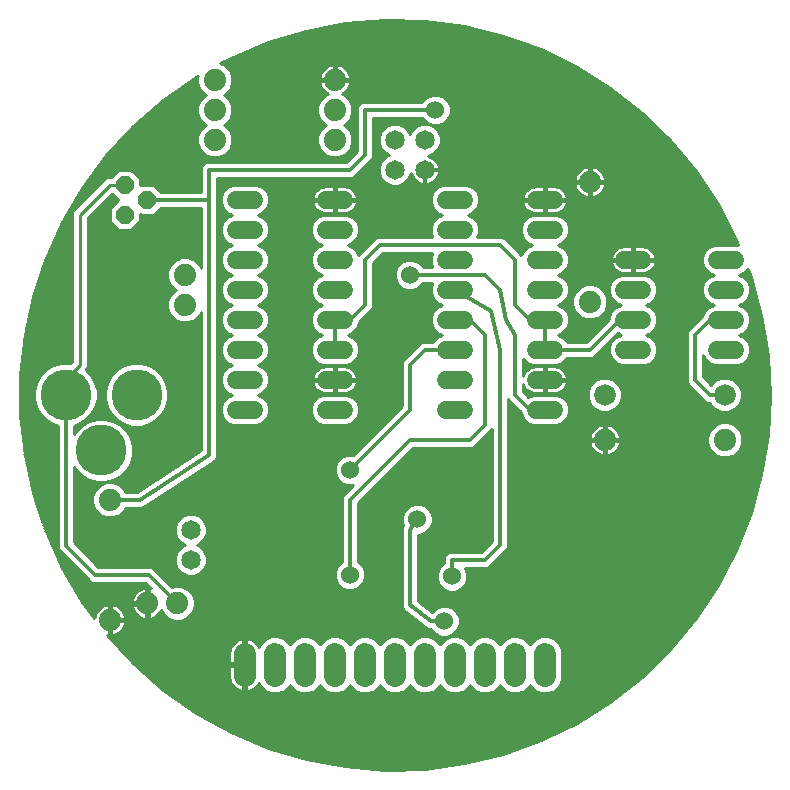
<source format=gbl>
G75*
G70*
%OFA0B0*%
%FSLAX24Y24*%
%IPPOS*%
%LPD*%
%AMOC8*
5,1,8,0,0,1.08239X$1,22.5*
%
%ADD10C,0.0600*%
%ADD11C,0.0740*%
%ADD12C,0.0720*%
%ADD13OC8,0.0600*%
%ADD14C,0.0650*%
%ADD15C,0.1700*%
%ADD16C,0.0740*%
%ADD17C,0.0595*%
%ADD18C,0.0120*%
%ADD19C,0.0600*%
%ADD20C,0.0100*%
D10*
X009202Y012661D02*
X009802Y012661D01*
X009802Y013661D02*
X009202Y013661D01*
X009202Y014661D02*
X009802Y014661D01*
X009802Y015661D02*
X009202Y015661D01*
X009202Y016661D02*
X009802Y016661D01*
X009802Y017661D02*
X009202Y017661D01*
X009202Y018661D02*
X009802Y018661D01*
X009802Y019661D02*
X009202Y019661D01*
X012202Y019661D02*
X012802Y019661D01*
X012802Y018661D02*
X012202Y018661D01*
X012202Y017661D02*
X012802Y017661D01*
X012802Y016661D02*
X012202Y016661D01*
X012202Y015661D02*
X012802Y015661D01*
X012802Y014661D02*
X012202Y014661D01*
X012202Y013661D02*
X012802Y013661D01*
X012802Y012661D02*
X012202Y012661D01*
X016202Y012661D02*
X016802Y012661D01*
X016802Y013661D02*
X016202Y013661D01*
X016202Y014661D02*
X016802Y014661D01*
X016802Y015661D02*
X016202Y015661D01*
X016202Y016661D02*
X016802Y016661D01*
X016802Y017661D02*
X016202Y017661D01*
X016202Y018661D02*
X016802Y018661D01*
X016802Y019661D02*
X016202Y019661D01*
X019202Y019661D02*
X019802Y019661D01*
X019802Y018661D02*
X019202Y018661D01*
X019202Y017661D02*
X019802Y017661D01*
X019802Y016661D02*
X019202Y016661D01*
X019202Y015661D02*
X019802Y015661D01*
X019802Y014661D02*
X019202Y014661D01*
X019202Y013661D02*
X019802Y013661D01*
X019802Y012661D02*
X019202Y012661D01*
D11*
X021502Y011661D03*
X025502Y011661D03*
X021002Y016261D03*
X021002Y020261D03*
X012502Y021661D03*
X012502Y022661D03*
X012502Y023661D03*
X008502Y023661D03*
X008502Y022661D03*
X008502Y021661D03*
X007502Y017161D03*
X007502Y016161D03*
X005002Y009661D03*
X006252Y006211D03*
X007252Y006211D03*
X005002Y005661D03*
D12*
X021502Y013161D03*
X025502Y013161D03*
D13*
X006252Y019661D03*
X005502Y019161D03*
X005502Y020161D03*
D14*
X014502Y020661D03*
X015502Y020661D03*
X015502Y021661D03*
X014502Y021661D03*
X007702Y008661D03*
X007702Y007661D03*
D15*
X004714Y011311D03*
X003533Y013161D03*
X005895Y013161D03*
D16*
X009502Y004531D02*
X009502Y003791D01*
X010502Y003791D02*
X010502Y004531D01*
X011502Y004531D02*
X011502Y003791D01*
X012502Y003791D02*
X012502Y004531D01*
X013502Y004531D02*
X013502Y003791D01*
X014502Y003791D02*
X014502Y004531D01*
X015502Y004531D02*
X015502Y003791D01*
X016502Y003791D02*
X016502Y004531D01*
X017502Y004531D02*
X017502Y003791D01*
X018502Y003791D02*
X018502Y004531D01*
X019502Y004531D02*
X019502Y003791D01*
D17*
X022154Y014661D02*
X022749Y014661D01*
X022749Y015661D02*
X022154Y015661D01*
X022154Y016661D02*
X022749Y016661D01*
X022749Y017661D02*
X022154Y017661D01*
X025254Y017661D02*
X025849Y017661D01*
X025849Y016661D02*
X025254Y016661D01*
X025254Y015661D02*
X025849Y015661D01*
X025849Y014661D02*
X025254Y014661D01*
D18*
X024502Y015161D02*
X025002Y015661D01*
X025552Y015661D01*
X024502Y015161D02*
X024502Y013661D01*
X025002Y013161D01*
X025502Y013161D01*
X022452Y015661D02*
X022002Y015661D01*
X021002Y014661D01*
X019502Y014661D01*
X019502Y015661D01*
X019002Y015661D01*
X018502Y016161D01*
X018502Y017661D01*
X018002Y018161D01*
X014002Y018161D01*
X013502Y017661D01*
X013502Y016161D01*
X013002Y015661D01*
X012502Y015661D01*
X012502Y014661D01*
X015002Y014161D02*
X015002Y012661D01*
X013002Y010661D01*
X013002Y009661D02*
X015002Y011661D01*
X017002Y011661D01*
X017502Y012161D01*
X017502Y015161D01*
X017002Y015661D01*
X016502Y015661D01*
X016502Y014661D02*
X015502Y014661D01*
X015002Y014161D01*
X016502Y016661D02*
X017702Y015961D01*
X018002Y014661D01*
X018002Y008161D01*
X017502Y007661D01*
X016402Y007661D01*
X016402Y007111D01*
X015702Y005611D02*
X015002Y006161D01*
X015002Y008661D01*
X015252Y009011D01*
X013002Y009661D02*
X013002Y007161D01*
X013502Y006161D02*
X013752Y006061D01*
X013502Y006011D02*
X013502Y006161D01*
X015702Y005611D02*
X016152Y005611D01*
X019002Y012661D02*
X018502Y013161D01*
X018502Y015161D01*
X018202Y015661D01*
X018002Y016661D01*
X017502Y017161D01*
X015002Y017161D01*
X013002Y020661D02*
X013502Y021161D01*
X013502Y022661D01*
X015852Y022661D01*
X013002Y020661D02*
X008302Y020661D01*
X008302Y019661D01*
X008302Y011161D01*
X006002Y009661D01*
X005002Y009661D01*
X003533Y008130D02*
X004502Y007161D01*
X006302Y007161D01*
X007252Y006211D01*
X003533Y008130D02*
X003533Y013161D01*
X006252Y019661D02*
X008302Y019661D01*
X019002Y012661D02*
X019502Y012661D01*
D19*
X015252Y009011D03*
X016402Y007111D03*
X016152Y005611D03*
X013752Y006061D03*
X013002Y007161D03*
X013002Y010661D03*
X015002Y017161D03*
X015852Y022661D03*
D20*
X009051Y004793D02*
X005239Y004793D01*
X005148Y004891D02*
X009126Y004891D01*
X009105Y004870D02*
X009057Y004804D01*
X009020Y004731D01*
X008995Y004653D01*
X008982Y004572D01*
X008982Y004211D01*
X009452Y004211D01*
X009452Y004111D01*
X009552Y004111D01*
X009552Y003273D01*
X009624Y003284D01*
X009701Y003309D01*
X009774Y003346D01*
X009840Y003395D01*
X009898Y003452D01*
X009946Y003519D01*
X009969Y003562D01*
X010010Y003463D01*
X010173Y003300D01*
X010386Y003211D01*
X010617Y003211D01*
X010830Y003300D01*
X010993Y003463D01*
X011002Y003483D01*
X011010Y003463D01*
X011173Y003300D01*
X011386Y003211D01*
X011617Y003211D01*
X011830Y003300D01*
X011993Y003463D01*
X012002Y003483D01*
X012010Y003463D01*
X012173Y003300D01*
X012386Y003211D01*
X012617Y003211D01*
X012830Y003300D01*
X012993Y003463D01*
X013002Y003483D01*
X013010Y003463D01*
X013173Y003300D01*
X013386Y003211D01*
X013617Y003211D01*
X013830Y003300D01*
X013993Y003463D01*
X014002Y003483D01*
X014010Y003463D01*
X014173Y003300D01*
X014386Y003211D01*
X014617Y003211D01*
X014830Y003300D01*
X014993Y003463D01*
X015002Y003483D01*
X015010Y003463D01*
X015173Y003300D01*
X015386Y003211D01*
X015617Y003211D01*
X015830Y003300D01*
X015993Y003463D01*
X016002Y003483D01*
X016010Y003463D01*
X016173Y003300D01*
X016386Y003211D01*
X016617Y003211D01*
X016830Y003300D01*
X016993Y003463D01*
X017002Y003483D01*
X017010Y003463D01*
X017173Y003300D01*
X017386Y003211D01*
X017617Y003211D01*
X017830Y003300D01*
X017993Y003463D01*
X018002Y003483D01*
X018010Y003463D01*
X018173Y003300D01*
X018386Y003211D01*
X018617Y003211D01*
X018830Y003300D01*
X018993Y003463D01*
X019002Y003483D01*
X019010Y003463D01*
X019173Y003300D01*
X019386Y003211D01*
X019617Y003211D01*
X019830Y003300D01*
X019993Y003463D01*
X020082Y003676D01*
X020082Y004647D01*
X019993Y004860D01*
X019830Y005023D01*
X019617Y005111D01*
X019386Y005111D01*
X019173Y005023D01*
X019010Y004860D01*
X019002Y004840D01*
X018993Y004860D01*
X018830Y005023D01*
X018617Y005111D01*
X018386Y005111D01*
X018173Y005023D01*
X018010Y004860D01*
X018002Y004840D01*
X017993Y004860D01*
X017830Y005023D01*
X017617Y005111D01*
X017386Y005111D01*
X017173Y005023D01*
X017010Y004860D01*
X017002Y004840D01*
X016993Y004860D01*
X016830Y005023D01*
X016617Y005111D01*
X016386Y005111D01*
X016173Y005023D01*
X016010Y004860D01*
X016002Y004840D01*
X015993Y004860D01*
X015830Y005023D01*
X015617Y005111D01*
X015386Y005111D01*
X015173Y005023D01*
X015010Y004860D01*
X015002Y004840D01*
X014993Y004860D01*
X014830Y005023D01*
X014617Y005111D01*
X014386Y005111D01*
X014173Y005023D01*
X014010Y004860D01*
X014002Y004840D01*
X013993Y004860D01*
X013830Y005023D01*
X013617Y005111D01*
X013386Y005111D01*
X013173Y005023D01*
X013010Y004860D01*
X013002Y004840D01*
X012993Y004860D01*
X012830Y005023D01*
X012617Y005111D01*
X012386Y005111D01*
X012173Y005023D01*
X012010Y004860D01*
X012002Y004840D01*
X011993Y004860D01*
X011830Y005023D01*
X011617Y005111D01*
X011386Y005111D01*
X011173Y005023D01*
X011010Y004860D01*
X011002Y004840D01*
X010993Y004860D01*
X010830Y005023D01*
X010617Y005111D01*
X010386Y005111D01*
X010173Y005023D01*
X010010Y004860D01*
X009969Y004760D01*
X009946Y004804D01*
X009898Y004870D01*
X009840Y004928D01*
X009774Y004976D01*
X009701Y005013D01*
X009624Y005038D01*
X009552Y005050D01*
X009552Y004211D01*
X009452Y004211D01*
X009452Y005050D01*
X009380Y005038D01*
X009302Y005013D01*
X009229Y004976D01*
X009163Y004928D01*
X009105Y004870D01*
X009256Y004990D02*
X005057Y004990D01*
X004966Y005088D02*
X010331Y005088D01*
X010140Y004990D02*
X009747Y004990D01*
X009877Y004891D02*
X010042Y004891D01*
X009982Y004793D02*
X009952Y004793D01*
X009552Y004793D02*
X009452Y004793D01*
X009452Y004891D02*
X009552Y004891D01*
X009552Y004990D02*
X009452Y004990D01*
X009452Y004694D02*
X009552Y004694D01*
X009552Y004596D02*
X009452Y004596D01*
X009452Y004497D02*
X009552Y004497D01*
X009552Y004399D02*
X009452Y004399D01*
X009452Y004300D02*
X009552Y004300D01*
X009452Y004202D02*
X005786Y004202D01*
X005781Y004206D02*
X004910Y005149D01*
X004961Y005141D01*
X004963Y005141D01*
X004963Y005622D01*
X005040Y005622D01*
X005040Y005141D01*
X005043Y005141D01*
X005124Y005154D01*
X005201Y005179D01*
X005274Y005216D01*
X005340Y005265D01*
X005398Y005322D01*
X005446Y005389D01*
X005484Y005462D01*
X005509Y005539D01*
X005522Y005620D01*
X005522Y005623D01*
X005041Y005623D01*
X005041Y005700D01*
X005522Y005700D01*
X005522Y005702D01*
X005509Y005783D01*
X005484Y005861D01*
X005446Y005934D01*
X005398Y006000D01*
X005340Y006058D01*
X005274Y006106D01*
X005201Y006143D01*
X005124Y006168D01*
X005043Y006181D01*
X005040Y006181D01*
X005040Y005700D01*
X004963Y005700D01*
X004963Y006181D01*
X004961Y006181D01*
X004880Y006168D01*
X004802Y006143D01*
X004729Y006106D01*
X004663Y006058D01*
X004605Y006000D01*
X004557Y005934D01*
X004520Y005861D01*
X004495Y005783D01*
X004484Y005715D01*
X004085Y006251D01*
X003410Y007398D01*
X002860Y008609D01*
X002442Y009872D01*
X002161Y011173D01*
X002019Y012496D01*
X002019Y013826D01*
X002161Y015150D01*
X002442Y016450D01*
X002860Y017713D01*
X003410Y018925D01*
X004085Y020071D01*
X004879Y021139D01*
X005781Y022117D01*
X006783Y022993D01*
X007871Y023758D01*
X007927Y023789D01*
X007922Y023777D01*
X007922Y023546D01*
X008010Y023333D01*
X008173Y023170D01*
X008193Y023161D01*
X008173Y023153D01*
X008010Y022990D01*
X007922Y022777D01*
X007922Y022546D01*
X008010Y022333D01*
X008173Y022170D01*
X008193Y022161D01*
X008173Y022153D01*
X008010Y021990D01*
X007922Y021777D01*
X007922Y021546D01*
X008010Y021333D01*
X008173Y021170D01*
X008386Y021081D01*
X008617Y021081D01*
X008830Y021170D01*
X008993Y021333D01*
X009082Y021546D01*
X009082Y021777D01*
X008993Y021990D01*
X008830Y022153D01*
X008810Y022161D01*
X008830Y022170D01*
X008993Y022333D01*
X009082Y022546D01*
X009082Y022777D01*
X008993Y022990D01*
X008830Y023153D01*
X008810Y023161D01*
X008830Y023170D01*
X008993Y023333D01*
X009082Y023546D01*
X009082Y023777D01*
X008993Y023990D01*
X008830Y024153D01*
X008690Y024211D01*
X009035Y024403D01*
X010261Y024920D01*
X011535Y025304D01*
X012843Y025551D01*
X014169Y025657D01*
X015499Y025621D01*
X016818Y025445D01*
X018110Y025129D01*
X019362Y024678D01*
X020559Y024096D01*
X021687Y023390D01*
X022733Y022568D01*
X023686Y021640D01*
X024536Y020616D01*
X025271Y019507D01*
X025885Y018326D01*
X025946Y018169D01*
X025153Y018169D01*
X024967Y018091D01*
X024824Y017949D01*
X024747Y017762D01*
X024747Y017560D01*
X024824Y017374D01*
X024967Y017231D01*
X025135Y017161D01*
X024967Y017091D01*
X024824Y016949D01*
X024747Y016762D01*
X024747Y016560D01*
X024824Y016374D01*
X024967Y016231D01*
X025135Y016161D01*
X024967Y016091D01*
X024824Y015949D01*
X024765Y015806D01*
X024273Y015314D01*
X024232Y015215D01*
X024232Y015108D01*
X024232Y013608D01*
X024273Y013508D01*
X024349Y013432D01*
X024849Y012932D01*
X024948Y012891D01*
X024997Y012891D01*
X025019Y012838D01*
X025179Y012678D01*
X025388Y012591D01*
X025615Y012591D01*
X025825Y012678D01*
X025985Y012838D01*
X026072Y013048D01*
X026072Y013275D01*
X025985Y013484D01*
X025825Y013644D01*
X025615Y013731D01*
X025388Y013731D01*
X025179Y013644D01*
X025040Y013505D01*
X024772Y013773D01*
X024772Y014500D01*
X024824Y014374D01*
X024967Y014231D01*
X025153Y014154D01*
X025950Y014154D01*
X026137Y014231D01*
X026279Y014374D01*
X026357Y014560D01*
X026357Y014762D01*
X026279Y014949D01*
X026137Y015091D01*
X025968Y015161D01*
X026137Y015231D01*
X026279Y015374D01*
X026357Y015560D01*
X026357Y015762D01*
X026279Y015949D01*
X026137Y016091D01*
X025968Y016161D01*
X026137Y016231D01*
X026279Y016374D01*
X026357Y016560D01*
X026357Y016762D01*
X026279Y016949D01*
X026137Y017091D01*
X025968Y017161D01*
X026137Y017231D01*
X026263Y017358D01*
X026369Y017087D01*
X026719Y015804D01*
X026931Y014490D01*
X027002Y013161D01*
X026931Y011833D01*
X026719Y010519D01*
X026369Y009235D01*
X025885Y007996D01*
X025271Y006815D01*
X024536Y005707D01*
X023686Y004682D01*
X022733Y003754D01*
X021687Y002932D01*
X020559Y002227D01*
X019362Y001645D01*
X018110Y001193D01*
X016818Y000878D01*
X015499Y000701D01*
X014169Y000666D01*
X012843Y000772D01*
X011535Y001018D01*
X010261Y001402D01*
X009035Y001920D01*
X007871Y002565D01*
X006783Y003329D01*
X005781Y004206D01*
X005694Y004300D02*
X008982Y004300D01*
X008982Y004399D02*
X005603Y004399D01*
X005512Y004497D02*
X008982Y004497D01*
X008985Y004596D02*
X005421Y004596D01*
X005330Y004694D02*
X009008Y004694D01*
X008982Y004111D02*
X008982Y003750D01*
X008995Y003669D01*
X009020Y003592D01*
X009057Y003519D01*
X009105Y003452D01*
X009163Y003395D01*
X009229Y003346D01*
X009302Y003309D01*
X009380Y003284D01*
X009452Y003273D01*
X009452Y004111D01*
X008982Y004111D01*
X008982Y004103D02*
X005898Y004103D01*
X006011Y004004D02*
X008982Y004004D01*
X008982Y003906D02*
X006124Y003906D01*
X006236Y003807D02*
X008982Y003807D01*
X008988Y003709D02*
X006349Y003709D01*
X006462Y003610D02*
X009014Y003610D01*
X009062Y003512D02*
X006574Y003512D01*
X006687Y003413D02*
X009144Y003413D01*
X009292Y003315D02*
X006804Y003315D01*
X006944Y003216D02*
X010375Y003216D01*
X010158Y003315D02*
X009712Y003315D01*
X009552Y003315D02*
X009452Y003315D01*
X009452Y003413D02*
X009552Y003413D01*
X009552Y003512D02*
X009452Y003512D01*
X009452Y003610D02*
X009552Y003610D01*
X009552Y003709D02*
X009452Y003709D01*
X009452Y003807D02*
X009552Y003807D01*
X009552Y003906D02*
X009452Y003906D01*
X009452Y004004D02*
X009552Y004004D01*
X009552Y004103D02*
X009452Y004103D01*
X009941Y003512D02*
X009990Y003512D01*
X010060Y003413D02*
X009859Y003413D01*
X010629Y003216D02*
X011375Y003216D01*
X011158Y003315D02*
X010845Y003315D01*
X010944Y003413D02*
X011060Y003413D01*
X011629Y003216D02*
X012375Y003216D01*
X012158Y003315D02*
X011845Y003315D01*
X011944Y003413D02*
X012060Y003413D01*
X012629Y003216D02*
X013375Y003216D01*
X013158Y003315D02*
X012845Y003315D01*
X012944Y003413D02*
X013060Y003413D01*
X013629Y003216D02*
X014375Y003216D01*
X014158Y003315D02*
X013845Y003315D01*
X013944Y003413D02*
X014060Y003413D01*
X014629Y003216D02*
X015375Y003216D01*
X015158Y003315D02*
X014845Y003315D01*
X014944Y003413D02*
X015060Y003413D01*
X015629Y003216D02*
X016375Y003216D01*
X016158Y003315D02*
X015845Y003315D01*
X015944Y003413D02*
X016060Y003413D01*
X016629Y003216D02*
X017375Y003216D01*
X017158Y003315D02*
X016845Y003315D01*
X016944Y003413D02*
X017060Y003413D01*
X017629Y003216D02*
X018375Y003216D01*
X018158Y003315D02*
X017845Y003315D01*
X017944Y003413D02*
X018060Y003413D01*
X018629Y003216D02*
X019375Y003216D01*
X019158Y003315D02*
X018845Y003315D01*
X018944Y003413D02*
X019060Y003413D01*
X019629Y003216D02*
X022048Y003216D01*
X021922Y003118D02*
X007084Y003118D01*
X007224Y003019D02*
X021797Y003019D01*
X021668Y002920D02*
X007365Y002920D01*
X007505Y002822D02*
X021510Y002822D01*
X021353Y002723D02*
X007645Y002723D01*
X007786Y002625D02*
X021195Y002625D01*
X021038Y002526D02*
X007940Y002526D01*
X008118Y002428D02*
X020880Y002428D01*
X020722Y002329D02*
X008296Y002329D01*
X008474Y002231D02*
X020565Y002231D01*
X020364Y002132D02*
X008652Y002132D01*
X008830Y002034D02*
X020161Y002034D01*
X019959Y001935D02*
X009008Y001935D01*
X009233Y001836D02*
X019756Y001836D01*
X019554Y001738D02*
X009466Y001738D01*
X009700Y001639D02*
X019347Y001639D01*
X019074Y001541D02*
X009933Y001541D01*
X010167Y001442D02*
X018800Y001442D01*
X018527Y001344D02*
X010456Y001344D01*
X010783Y001245D02*
X018254Y001245D01*
X017919Y001147D02*
X011110Y001147D01*
X011436Y001048D02*
X017516Y001048D01*
X017112Y000950D02*
X011900Y000950D01*
X012422Y000851D02*
X016619Y000851D01*
X015883Y000753D02*
X013084Y000753D01*
X013042Y004891D02*
X012962Y004891D01*
X012863Y004990D02*
X013140Y004990D01*
X013331Y005088D02*
X012672Y005088D01*
X012331Y005088D02*
X011672Y005088D01*
X011863Y004990D02*
X012140Y004990D01*
X012042Y004891D02*
X011962Y004891D01*
X011331Y005088D02*
X010672Y005088D01*
X010863Y004990D02*
X011140Y004990D01*
X011042Y004891D02*
X010962Y004891D01*
X012713Y006729D02*
X012900Y006651D01*
X013103Y006651D01*
X013291Y006729D01*
X013434Y006872D01*
X013512Y007060D01*
X013512Y007263D01*
X013434Y007450D01*
X013291Y007594D01*
X013272Y007601D01*
X013272Y009549D01*
X015114Y011391D01*
X016948Y011391D01*
X017055Y011391D01*
X017155Y011432D01*
X017655Y011932D01*
X017731Y012008D01*
X017732Y012011D01*
X017732Y008273D01*
X017390Y007931D01*
X016455Y007931D01*
X016348Y007931D01*
X016249Y007890D01*
X016173Y007814D01*
X016132Y007715D01*
X016132Y007551D01*
X016113Y007544D01*
X015969Y007400D01*
X015892Y007213D01*
X015892Y007010D01*
X015969Y006822D01*
X016113Y006679D01*
X016300Y006601D01*
X016503Y006601D01*
X016691Y006679D01*
X016834Y006822D01*
X016912Y007010D01*
X016912Y007213D01*
X016838Y007391D01*
X017555Y007391D01*
X017655Y007432D01*
X017731Y007508D01*
X018231Y008008D01*
X018272Y008108D01*
X018272Y008215D01*
X018272Y013011D01*
X018273Y013008D01*
X018349Y012932D01*
X018692Y012589D01*
X018692Y012560D01*
X018769Y012372D01*
X018913Y012229D01*
X019100Y012151D01*
X019903Y012151D01*
X020091Y012229D01*
X020234Y012372D01*
X020312Y012560D01*
X020312Y012763D01*
X020234Y012950D01*
X020091Y013094D01*
X019903Y013171D01*
X019100Y013171D01*
X018940Y013105D01*
X018772Y013273D01*
X018772Y013529D01*
X018785Y013489D01*
X018817Y013425D01*
X018858Y013368D01*
X018909Y013318D01*
X018966Y013276D01*
X019029Y013244D01*
X019096Y013222D01*
X019166Y013211D01*
X019472Y013211D01*
X019472Y013631D01*
X019532Y013631D01*
X019532Y013691D01*
X020252Y013691D01*
X020252Y013697D01*
X020241Y013767D01*
X020219Y013834D01*
X020187Y013897D01*
X020145Y013954D01*
X020095Y014004D01*
X020038Y014046D01*
X019974Y014078D01*
X019907Y014100D01*
X019837Y014111D01*
X019532Y014111D01*
X019532Y013691D01*
X019472Y013691D01*
X019472Y014111D01*
X019166Y014111D01*
X019096Y014100D01*
X019029Y014078D01*
X018966Y014046D01*
X018909Y014004D01*
X018858Y013954D01*
X018817Y013897D01*
X018785Y013834D01*
X018772Y013794D01*
X018772Y014370D01*
X018913Y014229D01*
X019100Y014151D01*
X019903Y014151D01*
X020091Y014229D01*
X020234Y014372D01*
X020242Y014391D01*
X021055Y014391D01*
X021155Y014432D01*
X021231Y014508D01*
X021928Y015206D01*
X022035Y015161D01*
X021867Y015091D01*
X021724Y014949D01*
X021647Y014762D01*
X021647Y014560D01*
X021724Y014374D01*
X021867Y014231D01*
X022053Y014154D01*
X022850Y014154D01*
X023037Y014231D01*
X023179Y014374D01*
X023257Y014560D01*
X023257Y014762D01*
X023179Y014949D01*
X023037Y015091D01*
X022868Y015161D01*
X023037Y015231D01*
X023179Y015374D01*
X023257Y015560D01*
X023257Y015762D01*
X023179Y015949D01*
X023037Y016091D01*
X022868Y016161D01*
X023037Y016231D01*
X023179Y016374D01*
X023257Y016560D01*
X023257Y016762D01*
X023179Y016949D01*
X023037Y017091D01*
X022850Y017169D01*
X022053Y017169D01*
X021867Y017091D01*
X021724Y016949D01*
X021647Y016762D01*
X021647Y016560D01*
X021724Y016374D01*
X021867Y016231D01*
X022035Y016161D01*
X021867Y016091D01*
X021724Y015949D01*
X021647Y015762D01*
X021647Y015688D01*
X020890Y014931D01*
X020242Y014931D01*
X020234Y014950D01*
X020091Y015094D01*
X019927Y015161D01*
X020091Y015229D01*
X020234Y015372D01*
X020312Y015560D01*
X020312Y015763D01*
X020234Y015950D01*
X020091Y016094D01*
X019927Y016161D01*
X020091Y016229D01*
X020234Y016372D01*
X020312Y016560D01*
X020312Y016763D01*
X020234Y016950D01*
X020091Y017094D01*
X019927Y017161D01*
X020091Y017229D01*
X020234Y017372D01*
X020312Y017560D01*
X020312Y017763D01*
X020234Y017950D01*
X020091Y018094D01*
X019927Y018161D01*
X020091Y018229D01*
X020234Y018372D01*
X020312Y018560D01*
X020312Y018763D01*
X020234Y018950D01*
X020091Y019094D01*
X019903Y019171D01*
X019100Y019171D01*
X018913Y019094D01*
X018769Y018950D01*
X018692Y018763D01*
X018692Y018560D01*
X018769Y018372D01*
X018913Y018229D01*
X019076Y018161D01*
X018913Y018094D01*
X018769Y017950D01*
X018718Y017827D01*
X018231Y018314D01*
X018155Y018390D01*
X018055Y018431D01*
X017258Y018431D01*
X017312Y018560D01*
X017312Y018763D01*
X017234Y018950D01*
X017091Y019094D01*
X016927Y019161D01*
X017091Y019229D01*
X017234Y019372D01*
X017312Y019560D01*
X017312Y019763D01*
X017234Y019950D01*
X017091Y020094D01*
X016903Y020171D01*
X016100Y020171D01*
X015913Y020094D01*
X015769Y019950D01*
X015692Y019763D01*
X015692Y019560D01*
X015769Y019372D01*
X015913Y019229D01*
X016076Y019161D01*
X015913Y019094D01*
X015769Y018950D01*
X015692Y018763D01*
X015692Y018560D01*
X015745Y018431D01*
X014055Y018431D01*
X013948Y018431D01*
X013849Y018390D01*
X013349Y017890D01*
X013285Y017827D01*
X013234Y017950D01*
X013091Y018094D01*
X012927Y018161D01*
X013091Y018229D01*
X013234Y018372D01*
X013312Y018560D01*
X013312Y018763D01*
X013234Y018950D01*
X013091Y019094D01*
X012903Y019171D01*
X012100Y019171D01*
X011913Y019094D01*
X011769Y018950D01*
X011692Y018763D01*
X011692Y018560D01*
X011769Y018372D01*
X011913Y018229D01*
X012076Y018161D01*
X011913Y018094D01*
X011769Y017950D01*
X011692Y017763D01*
X011692Y017560D01*
X011769Y017372D01*
X011913Y017229D01*
X012076Y017161D01*
X011913Y017094D01*
X011769Y016950D01*
X011692Y016763D01*
X011692Y016560D01*
X011769Y016372D01*
X011913Y016229D01*
X012076Y016161D01*
X011913Y016094D01*
X011769Y015950D01*
X011692Y015763D01*
X011692Y015560D01*
X011769Y015372D01*
X011913Y015229D01*
X012076Y015161D01*
X011913Y015094D01*
X011769Y014950D01*
X011692Y014763D01*
X011692Y014560D01*
X011769Y014372D01*
X011913Y014229D01*
X012100Y014151D01*
X012903Y014151D01*
X013091Y014229D01*
X013234Y014372D01*
X013312Y014560D01*
X013312Y014763D01*
X013234Y014950D01*
X013091Y015094D01*
X012927Y015161D01*
X013091Y015229D01*
X013234Y015372D01*
X013312Y015560D01*
X013312Y015589D01*
X013655Y015932D01*
X013731Y016008D01*
X013772Y016108D01*
X013772Y017549D01*
X014114Y017891D01*
X015745Y017891D01*
X015692Y017763D01*
X015692Y017560D01*
X015745Y017431D01*
X015442Y017431D01*
X015434Y017450D01*
X015291Y017594D01*
X015103Y017671D01*
X014900Y017671D01*
X014713Y017594D01*
X014569Y017450D01*
X014492Y017263D01*
X014492Y017060D01*
X014569Y016872D01*
X014713Y016729D01*
X014900Y016651D01*
X015103Y016651D01*
X015291Y016729D01*
X015434Y016872D01*
X015442Y016891D01*
X015745Y016891D01*
X015692Y016763D01*
X015692Y016560D01*
X015769Y016372D01*
X015913Y016229D01*
X016076Y016161D01*
X015913Y016094D01*
X015769Y015950D01*
X015692Y015763D01*
X015692Y015560D01*
X015769Y015372D01*
X015913Y015229D01*
X016076Y015161D01*
X015913Y015094D01*
X015769Y014950D01*
X015762Y014931D01*
X015555Y014931D01*
X015448Y014931D01*
X015349Y014890D01*
X014849Y014390D01*
X014773Y014314D01*
X014732Y014215D01*
X014732Y012773D01*
X013122Y011163D01*
X013103Y011171D01*
X012900Y011171D01*
X012713Y011094D01*
X012569Y010950D01*
X012492Y010763D01*
X012492Y010560D01*
X012569Y010372D01*
X012713Y010229D01*
X012900Y010151D01*
X013103Y010151D01*
X013115Y010156D01*
X012773Y009814D01*
X012732Y009715D01*
X012732Y009608D01*
X012732Y007601D01*
X012713Y007594D01*
X012569Y007450D01*
X012492Y007263D01*
X012492Y007060D01*
X012569Y006872D01*
X012713Y006729D01*
X012678Y006764D02*
X007434Y006764D01*
X007367Y006791D02*
X007136Y006791D01*
X007078Y006767D01*
X006455Y007390D01*
X006355Y007431D01*
X006248Y007431D01*
X004614Y007431D01*
X003803Y008242D01*
X007365Y008242D01*
X007399Y008208D02*
X007511Y008161D01*
X007399Y008115D01*
X007248Y007964D01*
X007167Y007768D01*
X007167Y007555D01*
X007248Y007358D01*
X007399Y007208D01*
X007595Y007126D01*
X007808Y007126D01*
X008005Y007208D01*
X008155Y007358D01*
X008237Y007555D01*
X008237Y007768D01*
X008155Y007964D01*
X008005Y008115D01*
X007893Y008161D01*
X008005Y008208D01*
X008155Y008358D01*
X008237Y008555D01*
X008237Y008768D01*
X008155Y008964D01*
X008005Y009115D01*
X007808Y009196D01*
X007595Y009196D01*
X007399Y009115D01*
X007248Y008964D01*
X007167Y008768D01*
X007167Y008555D01*
X007248Y008358D01*
X007399Y008208D01*
X007467Y008143D02*
X003901Y008143D01*
X003803Y008242D02*
X003803Y010769D01*
X003866Y010660D01*
X004063Y010463D01*
X004305Y010323D01*
X004575Y010251D01*
X004854Y010251D01*
X005123Y010323D01*
X005365Y010463D01*
X005563Y010660D01*
X005702Y010902D01*
X005774Y011171D01*
X005774Y011450D01*
X005702Y011720D01*
X005563Y011962D01*
X005365Y012159D01*
X005123Y012299D01*
X004854Y012371D01*
X004575Y012371D01*
X004305Y012299D01*
X004063Y012159D01*
X003866Y011962D01*
X003803Y011853D01*
X003803Y012136D01*
X003942Y012174D01*
X004184Y012313D01*
X004381Y012510D01*
X004521Y012752D01*
X004593Y013022D01*
X004593Y013301D01*
X004521Y013570D01*
X004381Y013812D01*
X004201Y013993D01*
X004222Y014014D01*
X004262Y014110D01*
X004262Y019054D01*
X005075Y019867D01*
X005281Y019661D01*
X004992Y019372D01*
X004992Y018950D01*
X005290Y018651D01*
X005713Y018651D01*
X006012Y018950D01*
X006012Y019180D01*
X006040Y019151D01*
X006463Y019151D01*
X006703Y019391D01*
X008032Y019391D01*
X008032Y017397D01*
X007993Y017490D01*
X007830Y017653D01*
X007617Y017741D01*
X007386Y017741D01*
X007173Y017653D01*
X007010Y017490D01*
X006922Y017277D01*
X006922Y017046D01*
X007010Y016833D01*
X007173Y016670D01*
X007193Y016661D01*
X007173Y016653D01*
X007010Y016490D01*
X006922Y016277D01*
X006922Y016046D01*
X007010Y015833D01*
X007173Y015670D01*
X007386Y015581D01*
X007617Y015581D01*
X007830Y015670D01*
X007993Y015833D01*
X008032Y015925D01*
X008032Y011307D01*
X005921Y009931D01*
X005518Y009931D01*
X005493Y009990D01*
X005330Y010153D01*
X005117Y010241D01*
X004886Y010241D01*
X004673Y010153D01*
X004510Y009990D01*
X004422Y009777D01*
X004422Y009546D01*
X004510Y009333D01*
X004673Y009170D01*
X004886Y009081D01*
X005117Y009081D01*
X005330Y009170D01*
X005493Y009333D01*
X005518Y009391D01*
X005974Y009391D01*
X005999Y009386D01*
X006027Y009391D01*
X006055Y009391D01*
X006079Y009401D01*
X006104Y009406D01*
X006128Y009421D01*
X006155Y009432D01*
X006173Y009450D01*
X008428Y010921D01*
X008455Y010932D01*
X008473Y010951D01*
X008494Y010964D01*
X008510Y010988D01*
X008531Y011008D01*
X008540Y011032D01*
X008555Y011053D01*
X008561Y011081D01*
X008572Y011108D01*
X008572Y011133D01*
X008577Y011158D01*
X008572Y011186D01*
X008572Y019608D01*
X008572Y020391D01*
X012948Y020391D01*
X013055Y020391D01*
X013155Y020432D01*
X013655Y020932D01*
X013731Y021008D01*
X013772Y021108D01*
X013772Y022391D01*
X015412Y022391D01*
X015419Y022372D01*
X015563Y022229D01*
X015750Y022151D01*
X015953Y022151D01*
X016141Y022229D01*
X016284Y022372D01*
X016362Y022560D01*
X016362Y022763D01*
X016284Y022950D01*
X016141Y023094D01*
X015953Y023171D01*
X015750Y023171D01*
X015563Y023094D01*
X015419Y022950D01*
X015412Y022931D01*
X013555Y022931D01*
X013448Y022931D01*
X013349Y022890D01*
X013273Y022814D01*
X013232Y022715D01*
X013232Y021273D01*
X012890Y020931D01*
X008355Y020931D01*
X008248Y020931D01*
X008149Y020890D01*
X008073Y020814D01*
X008032Y020715D01*
X008032Y019931D01*
X006703Y019931D01*
X006463Y020171D01*
X006040Y020171D01*
X006012Y020142D01*
X006012Y020372D01*
X005713Y020671D01*
X005290Y020671D01*
X005041Y020421D01*
X004950Y020421D01*
X004854Y020382D01*
X004781Y020309D01*
X003781Y019309D01*
X003742Y019213D01*
X003742Y019110D01*
X003742Y014269D01*
X003690Y014217D01*
X003673Y014221D01*
X003394Y014221D01*
X003124Y014149D01*
X002882Y014009D01*
X002685Y013812D01*
X002545Y013570D01*
X002473Y013301D01*
X002473Y013022D01*
X002545Y012752D01*
X002685Y012510D01*
X002882Y012313D01*
X003124Y012174D01*
X003263Y012136D01*
X003263Y008183D01*
X003263Y008076D01*
X003304Y007977D01*
X004273Y007008D01*
X004349Y006932D01*
X004448Y006891D01*
X006190Y006891D01*
X006361Y006720D01*
X006302Y006730D01*
X006302Y006261D01*
X006202Y006261D01*
X006202Y006161D01*
X006302Y006161D01*
X006302Y005693D01*
X006374Y005704D01*
X006451Y005729D01*
X006524Y005766D01*
X006590Y005815D01*
X006648Y005872D01*
X006696Y005939D01*
X006719Y005982D01*
X006760Y005883D01*
X006923Y005720D01*
X007136Y005631D01*
X007367Y005631D01*
X007580Y005720D01*
X007743Y005883D01*
X007832Y006096D01*
X007832Y006327D01*
X007743Y006540D01*
X007580Y006703D01*
X007367Y006791D01*
X007618Y006665D02*
X012867Y006665D01*
X013137Y006665D02*
X014732Y006665D01*
X014732Y006567D02*
X007717Y006567D01*
X007773Y006468D02*
X014732Y006468D01*
X014732Y006369D02*
X007814Y006369D01*
X007832Y006271D02*
X014732Y006271D01*
X014732Y006198D02*
X014727Y006182D01*
X014732Y006145D01*
X014732Y006108D01*
X014738Y006092D01*
X014740Y006076D01*
X014759Y006043D01*
X014773Y006008D01*
X014785Y005997D01*
X014793Y005982D01*
X014822Y005959D01*
X014849Y005932D01*
X014864Y005926D01*
X015522Y005409D01*
X015549Y005382D01*
X015564Y005376D01*
X015577Y005366D01*
X015613Y005356D01*
X015648Y005341D01*
X015665Y005341D01*
X015681Y005337D01*
X015712Y005341D01*
X015719Y005322D01*
X015863Y005179D01*
X016050Y005101D01*
X016253Y005101D01*
X016441Y005179D01*
X016584Y005322D01*
X016662Y005510D01*
X016662Y005713D01*
X016584Y005900D01*
X016441Y006044D01*
X016253Y006121D01*
X016050Y006121D01*
X015863Y006044D01*
X015742Y005923D01*
X015272Y006292D01*
X015272Y008501D01*
X015353Y008501D01*
X015541Y008579D01*
X015684Y008722D01*
X015762Y008910D01*
X015762Y009113D01*
X015684Y009300D01*
X015541Y009444D01*
X015353Y009521D01*
X015150Y009521D01*
X014963Y009444D01*
X014819Y009300D01*
X014742Y009113D01*
X014742Y008910D01*
X014779Y008820D01*
X014773Y008814D01*
X014764Y008793D01*
X014751Y008774D01*
X014744Y008744D01*
X014732Y008715D01*
X014732Y008692D01*
X014727Y008670D01*
X014732Y008639D01*
X014732Y006198D01*
X014728Y006172D02*
X007832Y006172D01*
X007823Y006074D02*
X014741Y006074D01*
X014801Y005975D02*
X007782Y005975D01*
X007737Y005877D02*
X014927Y005877D01*
X015052Y005778D02*
X007639Y005778D01*
X007484Y005680D02*
X015178Y005680D01*
X015303Y005581D02*
X005515Y005581D01*
X005490Y005483D02*
X015428Y005483D01*
X015547Y005384D02*
X005443Y005384D01*
X005361Y005286D02*
X015756Y005286D01*
X015855Y005187D02*
X005216Y005187D01*
X005040Y005187D02*
X004963Y005187D01*
X004963Y005286D02*
X005040Y005286D01*
X005040Y005384D02*
X004963Y005384D01*
X004963Y005483D02*
X005040Y005483D01*
X005040Y005581D02*
X004963Y005581D01*
X005041Y005680D02*
X007019Y005680D01*
X006865Y005778D02*
X006540Y005778D01*
X006651Y005877D02*
X006766Y005877D01*
X006722Y005975D02*
X006715Y005975D01*
X006302Y005975D02*
X006202Y005975D01*
X006202Y005877D02*
X006302Y005877D01*
X006302Y005778D02*
X006202Y005778D01*
X006202Y005693D02*
X006202Y006161D01*
X005733Y006161D01*
X005745Y006089D01*
X005770Y006012D01*
X005807Y005939D01*
X005855Y005872D01*
X005913Y005815D01*
X005979Y005766D01*
X006052Y005729D01*
X006130Y005704D01*
X006202Y005693D01*
X005963Y005778D02*
X005510Y005778D01*
X005476Y005877D02*
X005852Y005877D01*
X005788Y005975D02*
X005416Y005975D01*
X005319Y006074D02*
X005750Y006074D01*
X005733Y006261D02*
X006202Y006261D01*
X006202Y006730D01*
X006130Y006718D01*
X006052Y006693D01*
X005979Y006656D01*
X005913Y006608D01*
X005855Y006550D01*
X005807Y006484D01*
X005770Y006411D01*
X005745Y006333D01*
X005733Y006261D01*
X005735Y006271D02*
X004074Y006271D01*
X004016Y006369D02*
X005756Y006369D01*
X005799Y006468D02*
X003958Y006468D01*
X003899Y006567D02*
X005872Y006567D01*
X005997Y006665D02*
X003841Y006665D01*
X003783Y006764D02*
X006317Y006764D01*
X006302Y006665D02*
X006202Y006665D01*
X006202Y006567D02*
X006302Y006567D01*
X006302Y006468D02*
X006202Y006468D01*
X006202Y006369D02*
X006302Y006369D01*
X006302Y006271D02*
X006202Y006271D01*
X006202Y006172D02*
X005098Y006172D01*
X005040Y006172D02*
X004963Y006172D01*
X004905Y006172D02*
X004144Y006172D01*
X004217Y006074D02*
X004685Y006074D01*
X004587Y005975D02*
X004290Y005975D01*
X004363Y005877D02*
X004528Y005877D01*
X004494Y005778D02*
X004437Y005778D01*
X004963Y005778D02*
X005040Y005778D01*
X005040Y005877D02*
X004963Y005877D01*
X004963Y005975D02*
X005040Y005975D01*
X005040Y006074D02*
X004963Y006074D01*
X004320Y006961D02*
X003667Y006961D01*
X003609Y007059D02*
X004222Y007059D01*
X004123Y007158D02*
X003551Y007158D01*
X003493Y007256D02*
X004025Y007256D01*
X003926Y007355D02*
X003435Y007355D01*
X003384Y007453D02*
X003828Y007453D01*
X003729Y007552D02*
X003340Y007552D01*
X003295Y007651D02*
X003631Y007651D01*
X003532Y007749D02*
X003250Y007749D01*
X003206Y007848D02*
X003434Y007848D01*
X003335Y007946D02*
X003161Y007946D01*
X003116Y008045D02*
X003276Y008045D01*
X003263Y008143D02*
X003071Y008143D01*
X003027Y008242D02*
X003263Y008242D01*
X003263Y008340D02*
X002982Y008340D01*
X002937Y008439D02*
X003263Y008439D01*
X003263Y008537D02*
X002893Y008537D01*
X002851Y008636D02*
X003263Y008636D01*
X003263Y008735D02*
X002819Y008735D01*
X002786Y008833D02*
X003263Y008833D01*
X003263Y008932D02*
X002753Y008932D01*
X002721Y009030D02*
X003263Y009030D01*
X003263Y009129D02*
X002688Y009129D01*
X002656Y009227D02*
X003263Y009227D01*
X003263Y009326D02*
X002623Y009326D01*
X002590Y009424D02*
X003263Y009424D01*
X003263Y009523D02*
X002558Y009523D01*
X002525Y009621D02*
X003263Y009621D01*
X003263Y009720D02*
X002493Y009720D01*
X002460Y009819D02*
X003263Y009819D01*
X003263Y009917D02*
X002432Y009917D01*
X002411Y010016D02*
X003263Y010016D01*
X003263Y010114D02*
X002390Y010114D01*
X002369Y010213D02*
X003263Y010213D01*
X003263Y010311D02*
X002347Y010311D01*
X002326Y010410D02*
X003263Y010410D01*
X003263Y010508D02*
X002305Y010508D01*
X002283Y010607D02*
X003263Y010607D01*
X003263Y010705D02*
X002262Y010705D01*
X002241Y010804D02*
X003263Y010804D01*
X003263Y010902D02*
X002219Y010902D01*
X002198Y011001D02*
X003263Y011001D01*
X003263Y011100D02*
X002177Y011100D01*
X002158Y011198D02*
X003263Y011198D01*
X003263Y011297D02*
X002148Y011297D01*
X002137Y011395D02*
X003263Y011395D01*
X003263Y011494D02*
X002127Y011494D01*
X002116Y011592D02*
X003263Y011592D01*
X003263Y011691D02*
X002105Y011691D01*
X002095Y011789D02*
X003263Y011789D01*
X003263Y011888D02*
X002084Y011888D01*
X002074Y011986D02*
X003263Y011986D01*
X003263Y012085D02*
X002063Y012085D01*
X002053Y012184D02*
X003107Y012184D01*
X002936Y012282D02*
X002042Y012282D01*
X002032Y012381D02*
X002815Y012381D01*
X002716Y012479D02*
X002021Y012479D01*
X002019Y012578D02*
X002646Y012578D01*
X002589Y012676D02*
X002019Y012676D01*
X002019Y012775D02*
X002539Y012775D01*
X002513Y012873D02*
X002019Y012873D01*
X002019Y012972D02*
X002487Y012972D01*
X002473Y013070D02*
X002019Y013070D01*
X002019Y013169D02*
X002473Y013169D01*
X002473Y013268D02*
X002019Y013268D01*
X002019Y013366D02*
X002491Y013366D01*
X002517Y013465D02*
X002019Y013465D01*
X002019Y013563D02*
X002544Y013563D01*
X002598Y013662D02*
X002019Y013662D01*
X002019Y013760D02*
X002655Y013760D01*
X002732Y013859D02*
X002023Y013859D01*
X002033Y013957D02*
X002830Y013957D01*
X002963Y014056D02*
X002044Y014056D01*
X002054Y014154D02*
X003144Y014154D01*
X003726Y014253D02*
X002065Y014253D01*
X002076Y014351D02*
X003742Y014351D01*
X003742Y014450D02*
X002086Y014450D01*
X002097Y014549D02*
X003742Y014549D01*
X003742Y014647D02*
X002107Y014647D01*
X002118Y014746D02*
X003742Y014746D01*
X003742Y014844D02*
X002128Y014844D01*
X002139Y014943D02*
X003742Y014943D01*
X003742Y015041D02*
X002149Y015041D01*
X002160Y015140D02*
X003742Y015140D01*
X003742Y015238D02*
X002180Y015238D01*
X002201Y015337D02*
X003742Y015337D01*
X003742Y015435D02*
X002223Y015435D01*
X002244Y015534D02*
X003742Y015534D01*
X003742Y015633D02*
X002265Y015633D01*
X002287Y015731D02*
X003742Y015731D01*
X003742Y015830D02*
X002308Y015830D01*
X002329Y015928D02*
X003742Y015928D01*
X003742Y016027D02*
X002351Y016027D01*
X002372Y016125D02*
X003742Y016125D01*
X003742Y016224D02*
X002393Y016224D01*
X002414Y016322D02*
X003742Y016322D01*
X003742Y016421D02*
X002436Y016421D01*
X002465Y016519D02*
X003742Y016519D01*
X003742Y016618D02*
X002498Y016618D01*
X002530Y016717D02*
X003742Y016717D01*
X003742Y016815D02*
X002563Y016815D01*
X002595Y016914D02*
X003742Y016914D01*
X003742Y017012D02*
X002628Y017012D01*
X002661Y017111D02*
X003742Y017111D01*
X003742Y017209D02*
X002693Y017209D01*
X002726Y017308D02*
X003742Y017308D01*
X003742Y017406D02*
X002758Y017406D01*
X002791Y017505D02*
X003742Y017505D01*
X003742Y017603D02*
X002824Y017603D01*
X002856Y017702D02*
X003742Y017702D01*
X003742Y017801D02*
X002900Y017801D01*
X002944Y017899D02*
X003742Y017899D01*
X003742Y017998D02*
X002989Y017998D01*
X003034Y018096D02*
X003742Y018096D01*
X003742Y018195D02*
X003078Y018195D01*
X003123Y018293D02*
X003742Y018293D01*
X003742Y018392D02*
X003168Y018392D01*
X003213Y018490D02*
X003742Y018490D01*
X003742Y018589D02*
X003257Y018589D01*
X003302Y018687D02*
X003742Y018687D01*
X003742Y018786D02*
X003347Y018786D01*
X003391Y018884D02*
X003742Y018884D01*
X003742Y018983D02*
X003444Y018983D01*
X003502Y019082D02*
X003742Y019082D01*
X003742Y019180D02*
X003560Y019180D01*
X003618Y019279D02*
X003769Y019279D01*
X003850Y019377D02*
X003676Y019377D01*
X003734Y019476D02*
X003949Y019476D01*
X004047Y019574D02*
X003792Y019574D01*
X003851Y019673D02*
X004146Y019673D01*
X004244Y019771D02*
X003909Y019771D01*
X003967Y019870D02*
X004343Y019870D01*
X004441Y019968D02*
X004025Y019968D01*
X004083Y020067D02*
X004540Y020067D01*
X004638Y020166D02*
X004155Y020166D01*
X004229Y020264D02*
X004737Y020264D01*
X004835Y020363D02*
X004302Y020363D01*
X004375Y020461D02*
X005080Y020461D01*
X005179Y020560D02*
X004448Y020560D01*
X004521Y020658D02*
X005278Y020658D01*
X005726Y020658D02*
X008032Y020658D01*
X008032Y020560D02*
X005824Y020560D01*
X005923Y020461D02*
X008032Y020461D01*
X008032Y020363D02*
X006012Y020363D01*
X006012Y020264D02*
X008032Y020264D01*
X008032Y020166D02*
X006469Y020166D01*
X006567Y020067D02*
X008032Y020067D01*
X008032Y019968D02*
X006666Y019968D01*
X006689Y019377D02*
X008032Y019377D01*
X008032Y019279D02*
X006590Y019279D01*
X006492Y019180D02*
X008032Y019180D01*
X008032Y019082D02*
X006012Y019082D01*
X006012Y018983D02*
X008032Y018983D01*
X008032Y018884D02*
X005946Y018884D01*
X005848Y018786D02*
X008032Y018786D01*
X008032Y018687D02*
X005749Y018687D01*
X005254Y018687D02*
X004262Y018687D01*
X004262Y018589D02*
X008032Y018589D01*
X008032Y018490D02*
X004262Y018490D01*
X004262Y018392D02*
X008032Y018392D01*
X008032Y018293D02*
X004262Y018293D01*
X004262Y018195D02*
X008032Y018195D01*
X008032Y018096D02*
X004262Y018096D01*
X004262Y017998D02*
X008032Y017998D01*
X008032Y017899D02*
X004262Y017899D01*
X004262Y017801D02*
X008032Y017801D01*
X008032Y017702D02*
X007712Y017702D01*
X007880Y017603D02*
X008032Y017603D01*
X008032Y017505D02*
X007978Y017505D01*
X008028Y017406D02*
X008032Y017406D01*
X008572Y017406D02*
X008755Y017406D01*
X008769Y017372D02*
X008913Y017229D01*
X009076Y017161D01*
X008913Y017094D01*
X008769Y016950D01*
X008692Y016763D01*
X008692Y016560D01*
X008769Y016372D01*
X008913Y016229D01*
X009076Y016161D01*
X008913Y016094D01*
X008769Y015950D01*
X008692Y015763D01*
X008692Y015560D01*
X008769Y015372D01*
X008913Y015229D01*
X009076Y015161D01*
X008913Y015094D01*
X008769Y014950D01*
X008692Y014763D01*
X008692Y014560D01*
X008769Y014372D01*
X008913Y014229D01*
X009076Y014161D01*
X008913Y014094D01*
X008769Y013950D01*
X008692Y013763D01*
X008692Y013560D01*
X008769Y013372D01*
X008913Y013229D01*
X009076Y013161D01*
X008913Y013094D01*
X008769Y012950D01*
X008692Y012763D01*
X008692Y012560D01*
X008769Y012372D01*
X008913Y012229D01*
X009100Y012151D01*
X009903Y012151D01*
X010091Y012229D01*
X010234Y012372D01*
X010312Y012560D01*
X010312Y012763D01*
X010234Y012950D01*
X010091Y013094D01*
X009927Y013161D01*
X010091Y013229D01*
X010234Y013372D01*
X010312Y013560D01*
X010312Y013763D01*
X010234Y013950D01*
X010091Y014094D01*
X009927Y014161D01*
X010091Y014229D01*
X010234Y014372D01*
X010312Y014560D01*
X010312Y014763D01*
X010234Y014950D01*
X010091Y015094D01*
X009927Y015161D01*
X010091Y015229D01*
X010234Y015372D01*
X010312Y015560D01*
X010312Y015763D01*
X010234Y015950D01*
X010091Y016094D01*
X009927Y016161D01*
X010091Y016229D01*
X010234Y016372D01*
X010312Y016560D01*
X010312Y016763D01*
X010234Y016950D01*
X010091Y017094D01*
X009927Y017161D01*
X010091Y017229D01*
X010234Y017372D01*
X010312Y017560D01*
X010312Y017763D01*
X010234Y017950D01*
X010091Y018094D01*
X009927Y018161D01*
X010091Y018229D01*
X010234Y018372D01*
X010312Y018560D01*
X010312Y018763D01*
X010234Y018950D01*
X010091Y019094D01*
X009927Y019161D01*
X010091Y019229D01*
X010234Y019372D01*
X010312Y019560D01*
X010312Y019763D01*
X010234Y019950D01*
X010091Y020094D01*
X009903Y020171D01*
X009100Y020171D01*
X008913Y020094D01*
X008769Y019950D01*
X008692Y019763D01*
X008692Y019560D01*
X008769Y019372D01*
X008913Y019229D01*
X009076Y019161D01*
X008913Y019094D01*
X008769Y018950D01*
X008692Y018763D01*
X008692Y018560D01*
X008769Y018372D01*
X008913Y018229D01*
X009076Y018161D01*
X008913Y018094D01*
X008769Y017950D01*
X008692Y017763D01*
X008692Y017560D01*
X008769Y017372D01*
X008834Y017308D02*
X008572Y017308D01*
X008572Y017209D02*
X008960Y017209D01*
X008954Y017111D02*
X008572Y017111D01*
X008572Y017012D02*
X008831Y017012D01*
X008754Y016914D02*
X008572Y016914D01*
X008572Y016815D02*
X008713Y016815D01*
X008692Y016717D02*
X008572Y016717D01*
X008572Y016618D02*
X008692Y016618D01*
X008708Y016519D02*
X008572Y016519D01*
X008572Y016421D02*
X008749Y016421D01*
X008819Y016322D02*
X008572Y016322D01*
X008572Y016224D02*
X008925Y016224D01*
X008989Y016125D02*
X008572Y016125D01*
X008572Y016027D02*
X008846Y016027D01*
X008760Y015928D02*
X008572Y015928D01*
X008572Y015830D02*
X008719Y015830D01*
X008692Y015731D02*
X008572Y015731D01*
X008572Y015633D02*
X008692Y015633D01*
X008702Y015534D02*
X008572Y015534D01*
X008572Y015435D02*
X008743Y015435D01*
X008805Y015337D02*
X008572Y015337D01*
X008572Y015238D02*
X008903Y015238D01*
X009025Y015140D02*
X008572Y015140D01*
X008572Y015041D02*
X008861Y015041D01*
X008766Y014943D02*
X008572Y014943D01*
X008572Y014844D02*
X008726Y014844D01*
X008692Y014746D02*
X008572Y014746D01*
X008572Y014647D02*
X008692Y014647D01*
X008696Y014549D02*
X008572Y014549D01*
X008572Y014450D02*
X008737Y014450D01*
X008790Y014351D02*
X008572Y014351D01*
X008572Y014253D02*
X008889Y014253D01*
X009060Y014154D02*
X008572Y014154D01*
X008572Y014056D02*
X008875Y014056D01*
X008777Y013957D02*
X008572Y013957D01*
X008572Y013859D02*
X008732Y013859D01*
X008692Y013760D02*
X008572Y013760D01*
X008572Y013662D02*
X008692Y013662D01*
X008692Y013563D02*
X008572Y013563D01*
X008572Y013465D02*
X008731Y013465D01*
X008776Y013366D02*
X008572Y013366D01*
X008572Y013268D02*
X008874Y013268D01*
X008890Y013070D02*
X008572Y013070D01*
X008572Y012972D02*
X008791Y012972D01*
X008738Y012873D02*
X008572Y012873D01*
X008572Y012775D02*
X008697Y012775D01*
X008692Y012676D02*
X008572Y012676D01*
X008572Y012578D02*
X008692Y012578D01*
X008725Y012479D02*
X008572Y012479D01*
X008572Y012381D02*
X008766Y012381D01*
X008860Y012282D02*
X008572Y012282D01*
X008572Y012184D02*
X009022Y012184D01*
X008572Y012085D02*
X014044Y012085D01*
X014142Y012184D02*
X012981Y012184D01*
X012903Y012151D02*
X013091Y012229D01*
X013234Y012372D01*
X013312Y012560D01*
X013312Y012763D01*
X013234Y012950D01*
X013091Y013094D01*
X012903Y013171D01*
X012100Y013171D01*
X011913Y013094D01*
X011769Y012950D01*
X011692Y012763D01*
X011692Y012560D01*
X011769Y012372D01*
X011913Y012229D01*
X012100Y012151D01*
X012903Y012151D01*
X013144Y012282D02*
X014241Y012282D01*
X014339Y012381D02*
X013237Y012381D01*
X013278Y012479D02*
X014438Y012479D01*
X014536Y012578D02*
X013312Y012578D01*
X013312Y012676D02*
X014635Y012676D01*
X014732Y012775D02*
X013307Y012775D01*
X013266Y012873D02*
X014732Y012873D01*
X014732Y012972D02*
X013212Y012972D01*
X013114Y013070D02*
X014732Y013070D01*
X014732Y013169D02*
X012909Y013169D01*
X012907Y013222D02*
X012974Y013244D01*
X013038Y013276D01*
X013095Y013318D01*
X013145Y013368D01*
X013187Y013425D01*
X013219Y013489D01*
X013241Y013556D01*
X013252Y013626D01*
X013252Y013631D01*
X012532Y013631D01*
X012532Y013691D01*
X013252Y013691D01*
X013252Y013697D01*
X013241Y013767D01*
X013219Y013834D01*
X013187Y013897D01*
X013145Y013954D01*
X013095Y014004D01*
X013038Y014046D01*
X012974Y014078D01*
X012907Y014100D01*
X012837Y014111D01*
X012532Y014111D01*
X012532Y013691D01*
X012472Y013691D01*
X012471Y013691D02*
X012471Y013631D01*
X011752Y013631D01*
X011752Y013626D01*
X011763Y013556D01*
X011785Y013489D01*
X011817Y013425D01*
X011858Y013368D01*
X011909Y013318D01*
X011966Y013276D01*
X012029Y013244D01*
X012096Y013222D01*
X012166Y013211D01*
X012472Y013211D01*
X012472Y013631D01*
X012532Y013631D01*
X012532Y013211D01*
X012837Y013211D01*
X012907Y013222D01*
X013020Y013268D02*
X014732Y013268D01*
X014732Y013366D02*
X013143Y013366D01*
X013207Y013465D02*
X014732Y013465D01*
X014732Y013563D02*
X013242Y013563D01*
X013242Y013760D02*
X014732Y013760D01*
X014732Y013662D02*
X012532Y013662D01*
X012471Y013662D02*
X010312Y013662D01*
X010312Y013760D02*
X011762Y013760D01*
X011763Y013767D02*
X011752Y013697D01*
X011752Y013691D01*
X012471Y013691D01*
X012472Y013691D02*
X012472Y014111D01*
X012166Y014111D01*
X012096Y014100D01*
X012029Y014078D01*
X011966Y014046D01*
X011909Y014004D01*
X011858Y013954D01*
X011817Y013897D01*
X011785Y013834D01*
X011763Y013767D01*
X011797Y013859D02*
X010272Y013859D01*
X010227Y013957D02*
X011861Y013957D01*
X011985Y014056D02*
X010128Y014056D01*
X010115Y014253D02*
X011889Y014253D01*
X011790Y014351D02*
X010213Y014351D01*
X010266Y014450D02*
X011737Y014450D01*
X011696Y014549D02*
X010307Y014549D01*
X010312Y014647D02*
X011692Y014647D01*
X011692Y014746D02*
X010312Y014746D01*
X010278Y014844D02*
X011726Y014844D01*
X011766Y014943D02*
X010237Y014943D01*
X010143Y015041D02*
X011861Y015041D01*
X012025Y015140D02*
X009979Y015140D01*
X010100Y015238D02*
X011903Y015238D01*
X011805Y015337D02*
X010199Y015337D01*
X010260Y015435D02*
X011743Y015435D01*
X011702Y015534D02*
X010301Y015534D01*
X010312Y015633D02*
X011692Y015633D01*
X011692Y015731D02*
X010312Y015731D01*
X010284Y015830D02*
X011719Y015830D01*
X011760Y015928D02*
X010243Y015928D01*
X010157Y016027D02*
X011846Y016027D01*
X011989Y016125D02*
X010014Y016125D01*
X010078Y016224D02*
X011925Y016224D01*
X011819Y016322D02*
X010184Y016322D01*
X010254Y016421D02*
X011749Y016421D01*
X011708Y016519D02*
X010295Y016519D01*
X010312Y016618D02*
X011692Y016618D01*
X011692Y016717D02*
X010312Y016717D01*
X010290Y016815D02*
X011713Y016815D01*
X011754Y016914D02*
X010249Y016914D01*
X010172Y017012D02*
X011831Y017012D01*
X011954Y017111D02*
X010049Y017111D01*
X010043Y017209D02*
X011960Y017209D01*
X011834Y017308D02*
X010169Y017308D01*
X010248Y017406D02*
X011755Y017406D01*
X011714Y017505D02*
X010289Y017505D01*
X010312Y017603D02*
X011692Y017603D01*
X011692Y017702D02*
X010312Y017702D01*
X010296Y017801D02*
X011707Y017801D01*
X011748Y017899D02*
X010255Y017899D01*
X010187Y017998D02*
X011817Y017998D01*
X011919Y018096D02*
X010084Y018096D01*
X010008Y018195D02*
X011995Y018195D01*
X011849Y018293D02*
X010155Y018293D01*
X010242Y018392D02*
X011761Y018392D01*
X011720Y018490D02*
X010283Y018490D01*
X010312Y018589D02*
X011692Y018589D01*
X011692Y018687D02*
X010312Y018687D01*
X010302Y018786D02*
X011701Y018786D01*
X011742Y018884D02*
X010261Y018884D01*
X010201Y018983D02*
X011802Y018983D01*
X011901Y019082D02*
X010103Y019082D01*
X009973Y019180D02*
X016031Y019180D01*
X015901Y019082D02*
X013103Y019082D01*
X013201Y018983D02*
X015802Y018983D01*
X015742Y018884D02*
X013261Y018884D01*
X013302Y018786D02*
X015701Y018786D01*
X015692Y018687D02*
X013312Y018687D01*
X013312Y018589D02*
X015692Y018589D01*
X015720Y018490D02*
X013283Y018490D01*
X013242Y018392D02*
X013853Y018392D01*
X013752Y018293D02*
X013155Y018293D01*
X013008Y018195D02*
X013653Y018195D01*
X013555Y018096D02*
X013084Y018096D01*
X013187Y017998D02*
X013456Y017998D01*
X013358Y017899D02*
X013255Y017899D01*
X013826Y017603D02*
X014737Y017603D01*
X014624Y017505D02*
X013772Y017505D01*
X013772Y017406D02*
X014551Y017406D01*
X014510Y017308D02*
X013772Y017308D01*
X013772Y017209D02*
X014492Y017209D01*
X014492Y017111D02*
X013772Y017111D01*
X013772Y017012D02*
X014511Y017012D01*
X014552Y016914D02*
X013772Y016914D01*
X013772Y016815D02*
X014627Y016815D01*
X014743Y016717D02*
X013772Y016717D01*
X013772Y016618D02*
X015692Y016618D01*
X015692Y016717D02*
X015261Y016717D01*
X015377Y016815D02*
X015713Y016815D01*
X015708Y016519D02*
X013772Y016519D01*
X013772Y016421D02*
X015749Y016421D01*
X015819Y016322D02*
X013772Y016322D01*
X013772Y016224D02*
X015925Y016224D01*
X015989Y016125D02*
X013772Y016125D01*
X013738Y016027D02*
X015846Y016027D01*
X015760Y015928D02*
X013650Y015928D01*
X013552Y015830D02*
X015719Y015830D01*
X015692Y015731D02*
X013453Y015731D01*
X013355Y015633D02*
X015692Y015633D01*
X015702Y015534D02*
X013301Y015534D01*
X013260Y015435D02*
X015743Y015435D01*
X015805Y015337D02*
X013199Y015337D01*
X013100Y015238D02*
X015903Y015238D01*
X016025Y015140D02*
X012979Y015140D01*
X013143Y015041D02*
X015861Y015041D01*
X015766Y014943D02*
X013237Y014943D01*
X013278Y014844D02*
X015303Y014844D01*
X015204Y014746D02*
X013312Y014746D01*
X013312Y014647D02*
X015106Y014647D01*
X015007Y014549D02*
X013307Y014549D01*
X013266Y014450D02*
X014909Y014450D01*
X014810Y014351D02*
X013213Y014351D01*
X013115Y014253D02*
X014747Y014253D01*
X014732Y014154D02*
X012911Y014154D01*
X013018Y014056D02*
X014732Y014056D01*
X014732Y013957D02*
X013142Y013957D01*
X013206Y013859D02*
X014732Y013859D01*
X013945Y011986D02*
X008572Y011986D01*
X008572Y011888D02*
X013847Y011888D01*
X013748Y011789D02*
X008572Y011789D01*
X008572Y011691D02*
X013650Y011691D01*
X013551Y011592D02*
X008572Y011592D01*
X008572Y011494D02*
X013452Y011494D01*
X013354Y011395D02*
X008572Y011395D01*
X008572Y011297D02*
X013255Y011297D01*
X013157Y011198D02*
X008572Y011198D01*
X008568Y011100D02*
X012727Y011100D01*
X012620Y011001D02*
X008523Y011001D01*
X008399Y010902D02*
X012550Y010902D01*
X012509Y010804D02*
X008248Y010804D01*
X008097Y010705D02*
X012492Y010705D01*
X012492Y010607D02*
X007946Y010607D01*
X007795Y010508D02*
X012513Y010508D01*
X012554Y010410D02*
X007644Y010410D01*
X007493Y010311D02*
X012631Y010311D01*
X012752Y010213D02*
X007341Y010213D01*
X007190Y010114D02*
X013073Y010114D01*
X012974Y010016D02*
X007039Y010016D01*
X006888Y009917D02*
X012876Y009917D01*
X012777Y009819D02*
X006737Y009819D01*
X006586Y009720D02*
X012734Y009720D01*
X012732Y009621D02*
X006435Y009621D01*
X006284Y009523D02*
X012732Y009523D01*
X012732Y009424D02*
X006135Y009424D01*
X006051Y010016D02*
X005468Y010016D01*
X005369Y010114D02*
X006202Y010114D01*
X006353Y010213D02*
X005186Y010213D01*
X005079Y010311D02*
X006504Y010311D01*
X006655Y010410D02*
X005274Y010410D01*
X005411Y010508D02*
X006806Y010508D01*
X006957Y010607D02*
X005509Y010607D01*
X005589Y010705D02*
X007109Y010705D01*
X007260Y010804D02*
X005646Y010804D01*
X005702Y010902D02*
X007411Y010902D01*
X007562Y011001D02*
X005729Y011001D01*
X005755Y011100D02*
X007713Y011100D01*
X007864Y011198D02*
X005774Y011198D01*
X005774Y011297D02*
X008015Y011297D01*
X008032Y011395D02*
X005774Y011395D01*
X005763Y011494D02*
X008032Y011494D01*
X008032Y011592D02*
X005736Y011592D01*
X005710Y011691D02*
X008032Y011691D01*
X008032Y011789D02*
X005662Y011789D01*
X005605Y011888D02*
X008032Y011888D01*
X008032Y011986D02*
X005538Y011986D01*
X005439Y012085D02*
X008032Y012085D01*
X008032Y012184D02*
X006322Y012184D01*
X006305Y012174D02*
X006546Y012313D01*
X006744Y012510D01*
X006883Y012752D01*
X006955Y013022D01*
X006955Y013301D01*
X006883Y013570D01*
X006744Y013812D01*
X006546Y014009D01*
X006305Y014149D01*
X006035Y014221D01*
X005756Y014221D01*
X005486Y014149D01*
X005245Y014009D01*
X005047Y013812D01*
X004908Y013570D01*
X004835Y013301D01*
X004835Y013022D01*
X004908Y012752D01*
X005047Y012510D01*
X005245Y012313D01*
X005486Y012174D01*
X005756Y012101D01*
X006035Y012101D01*
X006305Y012174D01*
X006493Y012282D02*
X008032Y012282D01*
X008032Y012381D02*
X006614Y012381D01*
X006712Y012479D02*
X008032Y012479D01*
X008032Y012578D02*
X006782Y012578D01*
X006839Y012676D02*
X008032Y012676D01*
X008032Y012775D02*
X006889Y012775D01*
X006916Y012873D02*
X008032Y012873D01*
X008032Y012972D02*
X006942Y012972D01*
X006955Y013070D02*
X008032Y013070D01*
X008032Y013169D02*
X006955Y013169D01*
X006955Y013268D02*
X008032Y013268D01*
X008032Y013366D02*
X006938Y013366D01*
X006912Y013465D02*
X008032Y013465D01*
X008032Y013563D02*
X006885Y013563D01*
X006830Y013662D02*
X008032Y013662D01*
X008032Y013760D02*
X006774Y013760D01*
X006697Y013859D02*
X008032Y013859D01*
X008032Y013957D02*
X006598Y013957D01*
X006466Y014056D02*
X008032Y014056D01*
X008032Y014154D02*
X006284Y014154D01*
X005507Y014154D02*
X004262Y014154D01*
X004262Y014253D02*
X008032Y014253D01*
X008032Y014351D02*
X004262Y014351D01*
X004262Y014450D02*
X008032Y014450D01*
X008032Y014549D02*
X004262Y014549D01*
X004262Y014647D02*
X008032Y014647D01*
X008032Y014746D02*
X004262Y014746D01*
X004262Y014844D02*
X008032Y014844D01*
X008032Y014943D02*
X004262Y014943D01*
X004262Y015041D02*
X008032Y015041D01*
X008032Y015140D02*
X004262Y015140D01*
X004262Y015238D02*
X008032Y015238D01*
X008032Y015337D02*
X004262Y015337D01*
X004262Y015435D02*
X008032Y015435D01*
X008032Y015534D02*
X004262Y015534D01*
X004262Y015633D02*
X007262Y015633D01*
X007112Y015731D02*
X004262Y015731D01*
X004262Y015830D02*
X007013Y015830D01*
X006970Y015928D02*
X004262Y015928D01*
X004262Y016027D02*
X006930Y016027D01*
X006922Y016125D02*
X004262Y016125D01*
X004262Y016224D02*
X006922Y016224D01*
X006941Y016322D02*
X004262Y016322D01*
X004262Y016421D02*
X006982Y016421D01*
X007040Y016519D02*
X004262Y016519D01*
X004262Y016618D02*
X007138Y016618D01*
X007126Y016717D02*
X004262Y016717D01*
X004262Y016815D02*
X007028Y016815D01*
X006976Y016914D02*
X004262Y016914D01*
X004262Y017012D02*
X006936Y017012D01*
X006922Y017111D02*
X004262Y017111D01*
X004262Y017209D02*
X006922Y017209D01*
X006935Y017308D02*
X004262Y017308D01*
X004262Y017406D02*
X006976Y017406D01*
X007025Y017505D02*
X004262Y017505D01*
X004262Y017603D02*
X007124Y017603D01*
X007292Y017702D02*
X004262Y017702D01*
X004262Y018786D02*
X005156Y018786D01*
X005057Y018884D02*
X004262Y018884D01*
X004262Y018983D02*
X004992Y018983D01*
X004992Y019082D02*
X004290Y019082D01*
X004388Y019180D02*
X004992Y019180D01*
X004992Y019279D02*
X004487Y019279D01*
X004585Y019377D02*
X004996Y019377D01*
X005095Y019476D02*
X004684Y019476D01*
X004782Y019574D02*
X005194Y019574D01*
X005269Y019673D02*
X004881Y019673D01*
X004980Y019771D02*
X005170Y019771D01*
X005002Y020161D02*
X005502Y020161D01*
X005002Y020161D02*
X004002Y019161D01*
X004002Y014161D01*
X003533Y013693D01*
X003533Y013161D01*
X004335Y013859D02*
X005094Y013859D01*
X005017Y013760D02*
X004411Y013760D01*
X004468Y013662D02*
X004960Y013662D01*
X004906Y013563D02*
X004523Y013563D01*
X004549Y013465D02*
X004879Y013465D01*
X004853Y013366D02*
X004576Y013366D01*
X004593Y013268D02*
X004835Y013268D01*
X004835Y013169D02*
X004593Y013169D01*
X004593Y013070D02*
X004835Y013070D01*
X004849Y012972D02*
X004580Y012972D01*
X004553Y012873D02*
X004875Y012873D01*
X004902Y012775D02*
X004527Y012775D01*
X004477Y012676D02*
X004951Y012676D01*
X005008Y012578D02*
X004420Y012578D01*
X004350Y012479D02*
X005078Y012479D01*
X005177Y012381D02*
X004252Y012381D01*
X004277Y012282D02*
X004130Y012282D01*
X004106Y012184D02*
X003960Y012184D01*
X003989Y012085D02*
X003803Y012085D01*
X003803Y011986D02*
X003891Y011986D01*
X003824Y011888D02*
X003803Y011888D01*
X005152Y012282D02*
X005298Y012282D01*
X005323Y012184D02*
X005469Y012184D01*
X003840Y010705D02*
X003803Y010705D01*
X003803Y010607D02*
X003919Y010607D01*
X004018Y010508D02*
X003803Y010508D01*
X003803Y010410D02*
X004155Y010410D01*
X004350Y010311D02*
X003803Y010311D01*
X003803Y010213D02*
X004817Y010213D01*
X004634Y010114D02*
X003803Y010114D01*
X003803Y010016D02*
X004536Y010016D01*
X004480Y009917D02*
X003803Y009917D01*
X003803Y009819D02*
X004439Y009819D01*
X004422Y009720D02*
X003803Y009720D01*
X003803Y009621D02*
X004422Y009621D01*
X004431Y009523D02*
X003803Y009523D01*
X003803Y009424D02*
X004472Y009424D01*
X004517Y009326D02*
X003803Y009326D01*
X003803Y009227D02*
X004616Y009227D01*
X004772Y009129D02*
X003803Y009129D01*
X003803Y009030D02*
X007314Y009030D01*
X007235Y008932D02*
X003803Y008932D01*
X003803Y008833D02*
X007194Y008833D01*
X007167Y008735D02*
X003803Y008735D01*
X003803Y008636D02*
X007167Y008636D01*
X007174Y008537D02*
X003803Y008537D01*
X003803Y008439D02*
X007215Y008439D01*
X007266Y008340D02*
X003803Y008340D01*
X004000Y008045D02*
X007329Y008045D01*
X007241Y007946D02*
X004099Y007946D01*
X004197Y007848D02*
X007200Y007848D01*
X007167Y007749D02*
X004296Y007749D01*
X004394Y007651D02*
X007167Y007651D01*
X007168Y007552D02*
X004493Y007552D01*
X004591Y007453D02*
X007209Y007453D01*
X007251Y007355D02*
X006490Y007355D01*
X006588Y007256D02*
X007350Y007256D01*
X007519Y007158D02*
X006687Y007158D01*
X006785Y007059D02*
X012492Y007059D01*
X012492Y007158D02*
X007884Y007158D01*
X008053Y007256D02*
X012492Y007256D01*
X012530Y007355D02*
X008152Y007355D01*
X008195Y007453D02*
X012573Y007453D01*
X012671Y007552D02*
X008236Y007552D01*
X008237Y007651D02*
X012732Y007651D01*
X012732Y007749D02*
X008237Y007749D01*
X008204Y007848D02*
X012732Y007848D01*
X012732Y007946D02*
X008163Y007946D01*
X008075Y008045D02*
X012732Y008045D01*
X012732Y008143D02*
X007936Y008143D01*
X008039Y008242D02*
X012732Y008242D01*
X012732Y008340D02*
X008137Y008340D01*
X008189Y008439D02*
X012732Y008439D01*
X012732Y008537D02*
X008229Y008537D01*
X008237Y008636D02*
X012732Y008636D01*
X012732Y008735D02*
X008237Y008735D01*
X008210Y008833D02*
X012732Y008833D01*
X012732Y008932D02*
X008169Y008932D01*
X008089Y009030D02*
X012732Y009030D01*
X012732Y009129D02*
X007971Y009129D01*
X007432Y009129D02*
X005232Y009129D01*
X005388Y009227D02*
X012732Y009227D01*
X012732Y009326D02*
X005486Y009326D01*
X006219Y006862D02*
X003725Y006862D01*
X006202Y006074D02*
X006302Y006074D01*
X006983Y006862D02*
X012580Y006862D01*
X012533Y006961D02*
X006884Y006961D01*
X009981Y012184D02*
X012022Y012184D01*
X011860Y012282D02*
X010144Y012282D01*
X010237Y012381D02*
X011766Y012381D01*
X011725Y012479D02*
X010278Y012479D01*
X010312Y012578D02*
X011692Y012578D01*
X011692Y012676D02*
X010312Y012676D01*
X010307Y012775D02*
X011697Y012775D01*
X011738Y012873D02*
X010266Y012873D01*
X010212Y012972D02*
X011791Y012972D01*
X011890Y013070D02*
X010114Y013070D01*
X009946Y013169D02*
X012095Y013169D01*
X011983Y013268D02*
X010129Y013268D01*
X010228Y013366D02*
X011861Y013366D01*
X011797Y013465D02*
X010272Y013465D01*
X010312Y013563D02*
X011762Y013563D01*
X012093Y014154D02*
X009944Y014154D01*
X009058Y013169D02*
X008572Y013169D01*
X008032Y015633D02*
X007741Y015633D01*
X007892Y015731D02*
X008032Y015731D01*
X008032Y015830D02*
X007990Y015830D01*
X008572Y017505D02*
X008714Y017505D01*
X008692Y017603D02*
X008572Y017603D01*
X008572Y017702D02*
X008692Y017702D01*
X008707Y017801D02*
X008572Y017801D01*
X008572Y017899D02*
X008748Y017899D01*
X008817Y017998D02*
X008572Y017998D01*
X008572Y018096D02*
X008919Y018096D01*
X008995Y018195D02*
X008572Y018195D01*
X008572Y018293D02*
X008849Y018293D01*
X008761Y018392D02*
X008572Y018392D01*
X008572Y018490D02*
X008720Y018490D01*
X008692Y018589D02*
X008572Y018589D01*
X008572Y018687D02*
X008692Y018687D01*
X008701Y018786D02*
X008572Y018786D01*
X008572Y018884D02*
X008742Y018884D01*
X008802Y018983D02*
X008572Y018983D01*
X008572Y019082D02*
X008901Y019082D01*
X009031Y019180D02*
X008572Y019180D01*
X008572Y019279D02*
X008863Y019279D01*
X008767Y019377D02*
X008572Y019377D01*
X008572Y019476D02*
X008727Y019476D01*
X008692Y019574D02*
X008572Y019574D01*
X008572Y019673D02*
X008692Y019673D01*
X008695Y019771D02*
X008572Y019771D01*
X008572Y019870D02*
X008736Y019870D01*
X008788Y019968D02*
X008572Y019968D01*
X008572Y020067D02*
X008886Y020067D01*
X009087Y020166D02*
X008572Y020166D01*
X008572Y020264D02*
X014142Y020264D01*
X014199Y020208D02*
X014048Y020358D01*
X013967Y020555D01*
X013967Y020768D01*
X014048Y020964D01*
X014199Y021115D01*
X014311Y021161D01*
X014199Y021208D01*
X014048Y021358D01*
X013967Y021555D01*
X013967Y021768D01*
X014048Y021964D01*
X014199Y022115D01*
X014395Y022196D01*
X014608Y022196D01*
X014805Y022115D01*
X014955Y021964D01*
X015002Y021852D01*
X015048Y021964D01*
X015199Y022115D01*
X015395Y022196D01*
X015608Y022196D01*
X015805Y022115D01*
X015955Y021964D01*
X016037Y021768D01*
X016037Y021555D01*
X015955Y021358D01*
X015805Y021208D01*
X015608Y021126D01*
X015602Y021126D01*
X015613Y021125D01*
X015684Y021101D01*
X015751Y021067D01*
X015811Y021024D01*
X015864Y020971D01*
X015908Y020910D01*
X015942Y020844D01*
X015965Y020772D01*
X015977Y020699D01*
X015977Y020680D01*
X015521Y020680D01*
X015521Y020642D01*
X015977Y020642D01*
X015977Y020624D01*
X015965Y020550D01*
X015942Y020479D01*
X015908Y020412D01*
X015864Y020352D01*
X015811Y020299D01*
X015751Y020255D01*
X015684Y020221D01*
X015613Y020198D01*
X015539Y020186D01*
X015521Y020186D01*
X015521Y020642D01*
X015483Y020642D01*
X015483Y020186D01*
X015464Y020186D01*
X015390Y020198D01*
X015319Y020221D01*
X015253Y020255D01*
X015192Y020299D01*
X015139Y020352D01*
X015095Y020412D01*
X015062Y020479D01*
X015038Y020550D01*
X015037Y020561D01*
X015037Y020555D01*
X014955Y020358D01*
X014805Y020208D01*
X014608Y020126D01*
X014395Y020126D01*
X014199Y020208D01*
X014300Y020166D02*
X009917Y020166D01*
X010117Y020067D02*
X012007Y020067D01*
X012029Y020078D02*
X011966Y020046D01*
X011909Y020004D01*
X011858Y019954D01*
X011817Y019897D01*
X011785Y019834D01*
X011763Y019767D01*
X011752Y019697D01*
X011752Y019691D01*
X012471Y019691D01*
X012471Y019631D01*
X011752Y019631D01*
X011752Y019626D01*
X011763Y019556D01*
X011785Y019489D01*
X011817Y019425D01*
X011858Y019368D01*
X011909Y019318D01*
X011966Y019276D01*
X012029Y019244D01*
X012096Y019222D01*
X012166Y019211D01*
X012472Y019211D01*
X012472Y019631D01*
X012532Y019631D01*
X012532Y019691D01*
X013252Y019691D01*
X013252Y019697D01*
X013241Y019767D01*
X013219Y019834D01*
X013187Y019897D01*
X013145Y019954D01*
X013095Y020004D01*
X013038Y020046D01*
X012974Y020078D01*
X012907Y020100D01*
X012837Y020111D01*
X012532Y020111D01*
X012532Y019691D01*
X012472Y019691D01*
X012472Y020111D01*
X012166Y020111D01*
X012096Y020100D01*
X012029Y020078D01*
X011873Y019968D02*
X010216Y019968D01*
X010267Y019870D02*
X011803Y019870D01*
X011764Y019771D02*
X010308Y019771D01*
X010312Y019673D02*
X012471Y019673D01*
X012532Y019673D02*
X015692Y019673D01*
X015695Y019771D02*
X013239Y019771D01*
X013200Y019870D02*
X015736Y019870D01*
X015788Y019968D02*
X013131Y019968D01*
X012997Y020067D02*
X015886Y020067D01*
X016087Y020166D02*
X014703Y020166D01*
X014861Y020264D02*
X015240Y020264D01*
X015132Y020363D02*
X014957Y020363D01*
X014998Y020461D02*
X015071Y020461D01*
X015037Y020560D02*
X015037Y020560D01*
X015483Y020560D02*
X015521Y020560D01*
X015521Y020658D02*
X020664Y020658D01*
X020663Y020658D02*
X020605Y020600D01*
X020557Y020534D01*
X020520Y020461D01*
X015933Y020461D01*
X015967Y020560D02*
X020576Y020560D01*
X020520Y020461D02*
X020495Y020383D01*
X020482Y020302D01*
X020482Y020300D01*
X020963Y020300D01*
X020963Y020781D01*
X020961Y020781D01*
X020880Y020768D01*
X020802Y020743D01*
X020729Y020706D01*
X020663Y020658D01*
X020844Y020757D02*
X015968Y020757D01*
X015936Y020855D02*
X024337Y020855D01*
X024419Y020757D02*
X021159Y020757D01*
X021124Y020768D02*
X021043Y020781D01*
X021040Y020781D01*
X021040Y020300D01*
X020963Y020300D01*
X020963Y020223D01*
X020482Y020223D01*
X020482Y020220D01*
X020495Y020139D01*
X020520Y020062D01*
X020557Y019989D01*
X020605Y019922D01*
X020663Y019865D01*
X020729Y019816D01*
X020802Y019779D01*
X020880Y019754D01*
X020961Y019741D01*
X020963Y019741D01*
X020963Y020222D01*
X021040Y020222D01*
X021040Y019741D01*
X021043Y019741D01*
X021124Y019754D01*
X021201Y019779D01*
X021274Y019816D01*
X021340Y019865D01*
X021398Y019922D01*
X021446Y019989D01*
X021484Y020062D01*
X021509Y020139D01*
X021522Y020220D01*
X021522Y020223D01*
X021041Y020223D01*
X021041Y020300D01*
X021522Y020300D01*
X021522Y020302D01*
X021509Y020383D01*
X021484Y020461D01*
X021446Y020534D01*
X021398Y020600D01*
X021340Y020658D01*
X024500Y020658D01*
X024573Y020560D02*
X021428Y020560D01*
X021483Y020461D02*
X024638Y020461D01*
X024704Y020363D02*
X021512Y020363D01*
X021513Y020166D02*
X024834Y020166D01*
X024769Y020264D02*
X021041Y020264D01*
X020963Y020264D02*
X015763Y020264D01*
X015872Y020363D02*
X020491Y020363D01*
X020490Y020166D02*
X016917Y020166D01*
X017117Y020067D02*
X019007Y020067D01*
X019029Y020078D02*
X018966Y020046D01*
X018909Y020004D01*
X018858Y019954D01*
X018817Y019897D01*
X018785Y019834D01*
X018763Y019767D01*
X018752Y019697D01*
X018752Y019691D01*
X019471Y019691D01*
X019471Y019631D01*
X018752Y019631D01*
X018752Y019626D01*
X018763Y019556D01*
X018785Y019489D01*
X018817Y019425D01*
X018858Y019368D01*
X018909Y019318D01*
X018966Y019276D01*
X019029Y019244D01*
X019096Y019222D01*
X019166Y019211D01*
X019472Y019211D01*
X019472Y019631D01*
X019532Y019631D01*
X019532Y019691D01*
X020252Y019691D01*
X020252Y019697D01*
X020241Y019767D01*
X020219Y019834D01*
X020187Y019897D01*
X020145Y019954D01*
X020095Y020004D01*
X020038Y020046D01*
X019974Y020078D01*
X019907Y020100D01*
X019837Y020111D01*
X019532Y020111D01*
X019532Y019691D01*
X019472Y019691D01*
X019472Y020111D01*
X019166Y020111D01*
X019096Y020100D01*
X019029Y020078D01*
X018873Y019968D02*
X017216Y019968D01*
X017267Y019870D02*
X018803Y019870D01*
X018764Y019771D02*
X017308Y019771D01*
X017312Y019673D02*
X019471Y019673D01*
X019532Y019673D02*
X025161Y019673D01*
X025096Y019771D02*
X021177Y019771D01*
X021040Y019771D02*
X020963Y019771D01*
X020963Y019870D02*
X021040Y019870D01*
X021040Y019968D02*
X020963Y019968D01*
X020963Y020067D02*
X021040Y020067D01*
X021040Y020166D02*
X020963Y020166D01*
X020963Y020363D02*
X021040Y020363D01*
X021040Y020461D02*
X020963Y020461D01*
X020963Y020560D02*
X021040Y020560D01*
X021040Y020658D02*
X020963Y020658D01*
X020963Y020757D02*
X021040Y020757D01*
X021124Y020768D02*
X021201Y020743D01*
X021274Y020706D01*
X021340Y020658D01*
X021485Y020067D02*
X024900Y020067D01*
X024965Y019968D02*
X021432Y019968D01*
X021346Y019870D02*
X025030Y019870D01*
X025226Y019574D02*
X020244Y019574D01*
X020241Y019556D02*
X020252Y019626D01*
X020252Y019631D01*
X019532Y019631D01*
X019532Y019211D01*
X019837Y019211D01*
X019907Y019222D01*
X019974Y019244D01*
X020038Y019276D01*
X020095Y019318D01*
X020145Y019368D01*
X020187Y019425D01*
X020219Y019489D01*
X020241Y019556D01*
X020212Y019476D02*
X025287Y019476D01*
X025339Y019377D02*
X020152Y019377D01*
X020041Y019279D02*
X025390Y019279D01*
X025441Y019180D02*
X016973Y019180D01*
X017103Y019082D02*
X018901Y019082D01*
X018802Y018983D02*
X017201Y018983D01*
X017261Y018884D02*
X018742Y018884D01*
X018701Y018786D02*
X017302Y018786D01*
X017312Y018687D02*
X018692Y018687D01*
X018692Y018589D02*
X017312Y018589D01*
X017283Y018490D02*
X018720Y018490D01*
X018761Y018392D02*
X018151Y018392D01*
X018252Y018293D02*
X018849Y018293D01*
X018995Y018195D02*
X018350Y018195D01*
X018449Y018096D02*
X018919Y018096D01*
X018817Y017998D02*
X018547Y017998D01*
X018646Y017899D02*
X018748Y017899D01*
X020008Y018195D02*
X025936Y018195D01*
X025898Y018293D02*
X020155Y018293D01*
X020242Y018392D02*
X025851Y018392D01*
X025799Y018490D02*
X020283Y018490D01*
X020312Y018589D02*
X025748Y018589D01*
X025697Y018687D02*
X020312Y018687D01*
X020302Y018786D02*
X025646Y018786D01*
X025595Y018884D02*
X020261Y018884D01*
X020201Y018983D02*
X025543Y018983D01*
X025492Y019082D02*
X020103Y019082D01*
X019532Y019279D02*
X019472Y019279D01*
X019472Y019377D02*
X019532Y019377D01*
X019532Y019476D02*
X019472Y019476D01*
X019472Y019574D02*
X019532Y019574D01*
X019532Y019771D02*
X019472Y019771D01*
X019472Y019870D02*
X019532Y019870D01*
X019532Y019968D02*
X019472Y019968D01*
X019472Y020067D02*
X019532Y020067D01*
X019997Y020067D02*
X020518Y020067D01*
X020572Y019968D02*
X020131Y019968D01*
X020200Y019870D02*
X020658Y019870D01*
X020827Y019771D02*
X020239Y019771D01*
X018963Y019279D02*
X017140Y019279D01*
X017236Y019377D02*
X018852Y019377D01*
X018791Y019476D02*
X017277Y019476D01*
X017312Y019574D02*
X018760Y019574D01*
X020084Y018096D02*
X022045Y018096D01*
X022049Y018098D02*
X021982Y018076D01*
X021920Y018044D01*
X021863Y018003D01*
X021813Y017953D01*
X021772Y017896D01*
X021740Y017833D01*
X021718Y017766D01*
X021707Y017696D01*
X021707Y017690D01*
X022423Y017690D01*
X022423Y018109D01*
X022119Y018109D01*
X022049Y018098D01*
X021858Y017998D02*
X020187Y017998D01*
X020255Y017899D02*
X021774Y017899D01*
X021729Y017801D02*
X020296Y017801D01*
X020312Y017702D02*
X021708Y017702D01*
X021707Y017632D02*
X021707Y017626D01*
X021718Y017556D01*
X021740Y017489D01*
X021772Y017427D01*
X021813Y017370D01*
X021863Y017320D01*
X021920Y017279D01*
X021982Y017247D01*
X022049Y017225D01*
X022119Y017214D01*
X022423Y017214D01*
X022423Y017632D01*
X022480Y017632D01*
X022480Y017214D01*
X022784Y017214D01*
X022854Y017225D01*
X022921Y017247D01*
X022984Y017279D01*
X023041Y017320D01*
X023091Y017370D01*
X023132Y017427D01*
X023164Y017489D01*
X023186Y017556D01*
X023197Y017626D01*
X023197Y017632D01*
X022481Y017632D01*
X022481Y017690D01*
X023197Y017690D01*
X023197Y017696D01*
X023186Y017766D01*
X023164Y017833D01*
X023132Y017896D01*
X023091Y017953D01*
X023041Y018003D01*
X022984Y018044D01*
X022921Y018076D01*
X022854Y018098D01*
X022784Y018109D01*
X022480Y018109D01*
X022480Y017690D01*
X022423Y017690D01*
X022423Y017632D01*
X021707Y017632D01*
X021710Y017603D02*
X020312Y017603D01*
X020289Y017505D02*
X021735Y017505D01*
X021786Y017406D02*
X020248Y017406D01*
X020169Y017308D02*
X021879Y017308D01*
X021913Y017111D02*
X020049Y017111D01*
X020043Y017209D02*
X025019Y017209D01*
X025013Y017111D02*
X022990Y017111D01*
X023116Y017012D02*
X024887Y017012D01*
X024809Y016914D02*
X023194Y016914D01*
X023235Y016815D02*
X024769Y016815D01*
X024747Y016717D02*
X023257Y016717D01*
X023257Y016618D02*
X024747Y016618D01*
X024764Y016519D02*
X023240Y016519D01*
X023199Y016421D02*
X024804Y016421D01*
X024875Y016322D02*
X023128Y016322D01*
X023019Y016224D02*
X024984Y016224D01*
X025048Y016125D02*
X022955Y016125D01*
X023101Y016027D02*
X024902Y016027D01*
X024816Y015928D02*
X023188Y015928D01*
X023229Y015830D02*
X024775Y015830D01*
X024690Y015731D02*
X023257Y015731D01*
X023257Y015633D02*
X024591Y015633D01*
X024493Y015534D02*
X023246Y015534D01*
X023205Y015435D02*
X024394Y015435D01*
X024296Y015337D02*
X023143Y015337D01*
X023044Y015238D02*
X024241Y015238D01*
X024232Y015140D02*
X022920Y015140D01*
X023087Y015041D02*
X024232Y015041D01*
X024232Y014943D02*
X023182Y014943D01*
X023223Y014844D02*
X024232Y014844D01*
X024232Y014746D02*
X023257Y014746D01*
X023257Y014647D02*
X024232Y014647D01*
X024232Y014549D02*
X023252Y014549D01*
X023211Y014450D02*
X024232Y014450D01*
X024232Y014351D02*
X023157Y014351D01*
X023059Y014253D02*
X024232Y014253D01*
X024232Y014154D02*
X022852Y014154D01*
X022052Y014154D02*
X019911Y014154D01*
X020018Y014056D02*
X024232Y014056D01*
X024232Y013957D02*
X020142Y013957D01*
X020206Y013859D02*
X024232Y013859D01*
X024232Y013760D02*
X020242Y013760D01*
X020252Y013631D02*
X019532Y013631D01*
X019532Y013211D01*
X019837Y013211D01*
X019907Y013222D01*
X019974Y013244D01*
X020038Y013276D01*
X020095Y013318D01*
X020145Y013368D01*
X020187Y013425D01*
X020219Y013489D01*
X020241Y013556D01*
X020252Y013626D01*
X020252Y013631D01*
X020242Y013563D02*
X021098Y013563D01*
X021019Y013484D02*
X020932Y013275D01*
X020932Y013048D01*
X021019Y012838D01*
X021179Y012678D01*
X021388Y012591D01*
X021615Y012591D01*
X021825Y012678D01*
X021985Y012838D01*
X022072Y013048D01*
X022072Y013275D01*
X021985Y013484D01*
X021825Y013644D01*
X021615Y013731D01*
X021388Y013731D01*
X021179Y013644D01*
X021019Y013484D01*
X021010Y013465D02*
X020207Y013465D01*
X020143Y013366D02*
X020970Y013366D01*
X020932Y013268D02*
X020020Y013268D01*
X019909Y013169D02*
X020932Y013169D01*
X020932Y013070D02*
X020114Y013070D01*
X020212Y012972D02*
X020963Y012972D01*
X021004Y012873D02*
X020266Y012873D01*
X020307Y012775D02*
X021082Y012775D01*
X021183Y012676D02*
X020312Y012676D01*
X020312Y012578D02*
X026971Y012578D01*
X026976Y012676D02*
X025820Y012676D01*
X025921Y012775D02*
X026981Y012775D01*
X026986Y012873D02*
X025999Y012873D01*
X026040Y012972D02*
X026992Y012972D01*
X026997Y013070D02*
X026072Y013070D01*
X026072Y013169D02*
X027001Y013169D01*
X026996Y013268D02*
X026072Y013268D01*
X026034Y013366D02*
X026991Y013366D01*
X026986Y013465D02*
X025993Y013465D01*
X025906Y013563D02*
X026980Y013563D01*
X026975Y013662D02*
X025783Y013662D01*
X025952Y014154D02*
X026949Y014154D01*
X026954Y014056D02*
X024772Y014056D01*
X024772Y014154D02*
X025152Y014154D01*
X024945Y014253D02*
X024772Y014253D01*
X024772Y014351D02*
X024846Y014351D01*
X024792Y014450D02*
X024772Y014450D01*
X024772Y013957D02*
X026959Y013957D01*
X026965Y013859D02*
X024772Y013859D01*
X024785Y013760D02*
X026970Y013760D01*
X026944Y014253D02*
X026159Y014253D01*
X026257Y014351D02*
X026938Y014351D01*
X026933Y014450D02*
X026311Y014450D01*
X026352Y014549D02*
X026921Y014549D01*
X026906Y014647D02*
X026357Y014647D01*
X026357Y014746D02*
X026890Y014746D01*
X026874Y014844D02*
X026323Y014844D01*
X026282Y014943D02*
X026858Y014943D01*
X026842Y015041D02*
X026187Y015041D01*
X026020Y015140D02*
X026826Y015140D01*
X026810Y015238D02*
X026144Y015238D01*
X026243Y015337D02*
X026794Y015337D01*
X026779Y015435D02*
X026305Y015435D01*
X026346Y015534D02*
X026763Y015534D01*
X026747Y015633D02*
X026357Y015633D01*
X026357Y015731D02*
X026731Y015731D01*
X026712Y015830D02*
X026329Y015830D01*
X026288Y015928D02*
X026685Y015928D01*
X026658Y016027D02*
X026201Y016027D01*
X026055Y016125D02*
X026632Y016125D01*
X026605Y016224D02*
X026119Y016224D01*
X026228Y016322D02*
X026578Y016322D01*
X026551Y016421D02*
X026299Y016421D01*
X026340Y016519D02*
X026524Y016519D01*
X026497Y016618D02*
X026357Y016618D01*
X026357Y016717D02*
X026470Y016717D01*
X026443Y016815D02*
X026335Y016815D01*
X026294Y016914D02*
X026417Y016914D01*
X026390Y017012D02*
X026216Y017012D01*
X026090Y017111D02*
X026360Y017111D01*
X026321Y017209D02*
X026084Y017209D01*
X026213Y017308D02*
X026283Y017308D01*
X024890Y017308D02*
X023024Y017308D01*
X023117Y017406D02*
X024811Y017406D01*
X024770Y017505D02*
X023169Y017505D01*
X023193Y017603D02*
X024747Y017603D01*
X024747Y017702D02*
X023196Y017702D01*
X023174Y017801D02*
X024763Y017801D01*
X024803Y017899D02*
X023130Y017899D01*
X023046Y017998D02*
X024873Y017998D01*
X024978Y018096D02*
X022859Y018096D01*
X022480Y018096D02*
X022423Y018096D01*
X022423Y017998D02*
X022480Y017998D01*
X022480Y017899D02*
X022423Y017899D01*
X022423Y017801D02*
X022480Y017801D01*
X022480Y017702D02*
X022423Y017702D01*
X022423Y017603D02*
X022480Y017603D01*
X022480Y017505D02*
X022423Y017505D01*
X022423Y017406D02*
X022480Y017406D01*
X022480Y017308D02*
X022423Y017308D01*
X021787Y017012D02*
X020172Y017012D01*
X020249Y016914D02*
X021709Y016914D01*
X021669Y016815D02*
X021180Y016815D01*
X021117Y016841D02*
X020886Y016841D01*
X020673Y016753D01*
X020510Y016590D01*
X020422Y016377D01*
X020422Y016146D01*
X020510Y015933D01*
X020673Y015770D01*
X020886Y015681D01*
X021117Y015681D01*
X021330Y015770D01*
X021493Y015933D01*
X021582Y016146D01*
X021582Y016377D01*
X021493Y016590D01*
X021330Y016753D01*
X021117Y016841D01*
X021367Y016717D02*
X021647Y016717D01*
X021647Y016618D02*
X021465Y016618D01*
X021523Y016519D02*
X021664Y016519D01*
X021704Y016421D02*
X021563Y016421D01*
X021582Y016322D02*
X021775Y016322D01*
X021884Y016224D02*
X021582Y016224D01*
X021573Y016125D02*
X021948Y016125D01*
X021802Y016027D02*
X021532Y016027D01*
X021489Y015928D02*
X021716Y015928D01*
X021675Y015830D02*
X021390Y015830D01*
X021237Y015731D02*
X021647Y015731D01*
X021591Y015633D02*
X020312Y015633D01*
X020312Y015731D02*
X020766Y015731D01*
X020613Y015830D02*
X020284Y015830D01*
X020243Y015928D02*
X020515Y015928D01*
X020471Y016027D02*
X020157Y016027D01*
X020014Y016125D02*
X020430Y016125D01*
X020422Y016224D02*
X020078Y016224D01*
X020184Y016322D02*
X020422Y016322D01*
X020440Y016421D02*
X020254Y016421D01*
X020295Y016519D02*
X020481Y016519D01*
X020538Y016618D02*
X020312Y016618D01*
X020312Y016717D02*
X020637Y016717D01*
X020823Y016815D02*
X020290Y016815D01*
X020301Y015534D02*
X021493Y015534D01*
X021394Y015435D02*
X020260Y015435D01*
X020199Y015337D02*
X021296Y015337D01*
X021197Y015238D02*
X020100Y015238D01*
X019979Y015140D02*
X021099Y015140D01*
X021000Y015041D02*
X020143Y015041D01*
X020237Y014943D02*
X020901Y014943D01*
X021271Y014549D02*
X021652Y014549D01*
X021647Y014647D02*
X021369Y014647D01*
X021468Y014746D02*
X021647Y014746D01*
X021681Y014844D02*
X021566Y014844D01*
X021665Y014943D02*
X021722Y014943D01*
X021764Y015041D02*
X021817Y015041D01*
X021862Y015140D02*
X021984Y015140D01*
X021692Y014450D02*
X021172Y014450D01*
X021746Y014351D02*
X020213Y014351D01*
X020115Y014253D02*
X021845Y014253D01*
X021783Y013662D02*
X024232Y013662D01*
X024250Y013563D02*
X021906Y013563D01*
X021993Y013465D02*
X024317Y013465D01*
X024415Y013366D02*
X022034Y013366D01*
X022072Y013268D02*
X024514Y013268D01*
X024612Y013169D02*
X022072Y013169D01*
X022072Y013070D02*
X024711Y013070D01*
X024809Y012972D02*
X022040Y012972D01*
X021999Y012873D02*
X025004Y012873D01*
X025082Y012775D02*
X021921Y012775D01*
X021820Y012676D02*
X025183Y012676D01*
X025386Y012241D02*
X025173Y012153D01*
X025010Y011990D01*
X024922Y011777D01*
X024922Y011546D01*
X025010Y011333D01*
X025173Y011170D01*
X025386Y011081D01*
X025617Y011081D01*
X025830Y011170D01*
X025993Y011333D01*
X026082Y011546D01*
X026082Y011777D01*
X025993Y011990D01*
X025830Y012153D01*
X025617Y012241D01*
X025386Y012241D01*
X025247Y012184D02*
X019981Y012184D01*
X020144Y012282D02*
X026955Y012282D01*
X026950Y012184D02*
X025756Y012184D01*
X025898Y012085D02*
X026944Y012085D01*
X026939Y011986D02*
X025995Y011986D01*
X026036Y011888D02*
X026934Y011888D01*
X026931Y011833D02*
X026931Y011833D01*
X026924Y011789D02*
X026076Y011789D01*
X026082Y011691D02*
X026908Y011691D01*
X026892Y011592D02*
X026082Y011592D01*
X026060Y011494D02*
X026876Y011494D01*
X026860Y011395D02*
X026019Y011395D01*
X025957Y011297D02*
X026845Y011297D01*
X026829Y011198D02*
X025859Y011198D01*
X025661Y011100D02*
X026813Y011100D01*
X026797Y011001D02*
X018272Y011001D01*
X018272Y010902D02*
X026781Y010902D01*
X026765Y010804D02*
X018272Y010804D01*
X018272Y010705D02*
X026749Y010705D01*
X026733Y010607D02*
X018272Y010607D01*
X018272Y010508D02*
X026716Y010508D01*
X026690Y010410D02*
X018272Y010410D01*
X018272Y010311D02*
X026663Y010311D01*
X026636Y010213D02*
X018272Y010213D01*
X018272Y010114D02*
X026609Y010114D01*
X026582Y010016D02*
X018272Y010016D01*
X018272Y009917D02*
X026555Y009917D01*
X026528Y009819D02*
X018272Y009819D01*
X018272Y009720D02*
X026501Y009720D01*
X026475Y009621D02*
X018272Y009621D01*
X018272Y009523D02*
X026448Y009523D01*
X026421Y009424D02*
X018272Y009424D01*
X018272Y009326D02*
X026394Y009326D01*
X026366Y009227D02*
X018272Y009227D01*
X018272Y009129D02*
X026328Y009129D01*
X026289Y009030D02*
X018272Y009030D01*
X018272Y008932D02*
X026250Y008932D01*
X026212Y008833D02*
X018272Y008833D01*
X018272Y008735D02*
X026173Y008735D01*
X026135Y008636D02*
X018272Y008636D01*
X018272Y008537D02*
X026096Y008537D01*
X026058Y008439D02*
X018272Y008439D01*
X018272Y008340D02*
X026019Y008340D01*
X025981Y008242D02*
X018272Y008242D01*
X018272Y008143D02*
X025942Y008143D01*
X025904Y008045D02*
X018246Y008045D01*
X018168Y007946D02*
X025859Y007946D01*
X025808Y007848D02*
X018070Y007848D01*
X017971Y007749D02*
X025756Y007749D01*
X025705Y007651D02*
X017873Y007651D01*
X017774Y007552D02*
X025654Y007552D01*
X025603Y007453D02*
X017676Y007453D01*
X017405Y007946D02*
X015272Y007946D01*
X015272Y007848D02*
X016206Y007848D01*
X016146Y007749D02*
X015272Y007749D01*
X015272Y007651D02*
X016132Y007651D01*
X016132Y007552D02*
X015272Y007552D01*
X015272Y007453D02*
X016023Y007453D01*
X015951Y007355D02*
X015272Y007355D01*
X015272Y007256D02*
X015910Y007256D01*
X015892Y007158D02*
X015272Y007158D01*
X015272Y007059D02*
X015892Y007059D01*
X015912Y006961D02*
X015272Y006961D01*
X015272Y006862D02*
X015953Y006862D01*
X016028Y006764D02*
X015272Y006764D01*
X015272Y006665D02*
X016146Y006665D01*
X016657Y006665D02*
X025171Y006665D01*
X025106Y006567D02*
X015272Y006567D01*
X015272Y006468D02*
X025041Y006468D01*
X024975Y006369D02*
X015272Y006369D01*
X015299Y006271D02*
X024910Y006271D01*
X024845Y006172D02*
X015424Y006172D01*
X015550Y006074D02*
X015936Y006074D01*
X015795Y005975D02*
X015675Y005975D01*
X016368Y006074D02*
X024779Y006074D01*
X024714Y005975D02*
X016509Y005975D01*
X016594Y005877D02*
X024649Y005877D01*
X024583Y005778D02*
X016635Y005778D01*
X016662Y005680D02*
X024513Y005680D01*
X024432Y005581D02*
X016662Y005581D01*
X016650Y005483D02*
X024350Y005483D01*
X024268Y005384D02*
X016610Y005384D01*
X016547Y005286D02*
X024187Y005286D01*
X024105Y005187D02*
X016449Y005187D01*
X016331Y005088D02*
X015672Y005088D01*
X015863Y004990D02*
X016140Y004990D01*
X016042Y004891D02*
X015962Y004891D01*
X015331Y005088D02*
X014672Y005088D01*
X014863Y004990D02*
X015140Y004990D01*
X015042Y004891D02*
X014962Y004891D01*
X014331Y005088D02*
X013672Y005088D01*
X013863Y004990D02*
X014140Y004990D01*
X014042Y004891D02*
X013962Y004891D01*
X013325Y006764D02*
X014732Y006764D01*
X014732Y006862D02*
X013424Y006862D01*
X013471Y006961D02*
X014732Y006961D01*
X014732Y007059D02*
X013511Y007059D01*
X013512Y007158D02*
X014732Y007158D01*
X014732Y007256D02*
X013512Y007256D01*
X013474Y007355D02*
X014732Y007355D01*
X014732Y007453D02*
X013431Y007453D01*
X013332Y007552D02*
X014732Y007552D01*
X014732Y007651D02*
X013272Y007651D01*
X013272Y007749D02*
X014732Y007749D01*
X014732Y007848D02*
X013272Y007848D01*
X013272Y007946D02*
X014732Y007946D01*
X014732Y008045D02*
X013272Y008045D01*
X013272Y008143D02*
X014732Y008143D01*
X014732Y008242D02*
X013272Y008242D01*
X013272Y008340D02*
X014732Y008340D01*
X014732Y008439D02*
X013272Y008439D01*
X013272Y008537D02*
X014732Y008537D01*
X014732Y008636D02*
X013272Y008636D01*
X013272Y008735D02*
X014740Y008735D01*
X014774Y008833D02*
X013272Y008833D01*
X013272Y008932D02*
X014742Y008932D01*
X014742Y009030D02*
X013272Y009030D01*
X013272Y009129D02*
X014748Y009129D01*
X014789Y009227D02*
X013272Y009227D01*
X013272Y009326D02*
X014845Y009326D01*
X014944Y009424D02*
X013272Y009424D01*
X013272Y009523D02*
X017732Y009523D01*
X017732Y009621D02*
X013344Y009621D01*
X013442Y009720D02*
X017732Y009720D01*
X017732Y009819D02*
X013541Y009819D01*
X013639Y009917D02*
X017732Y009917D01*
X017732Y010016D02*
X013738Y010016D01*
X013836Y010114D02*
X017732Y010114D01*
X017732Y010213D02*
X013935Y010213D01*
X014033Y010311D02*
X017732Y010311D01*
X017732Y010410D02*
X014132Y010410D01*
X014231Y010508D02*
X017732Y010508D01*
X017732Y010607D02*
X014329Y010607D01*
X014428Y010705D02*
X017732Y010705D01*
X017732Y010804D02*
X014526Y010804D01*
X014625Y010902D02*
X017732Y010902D01*
X017732Y011001D02*
X014723Y011001D01*
X014822Y011100D02*
X017732Y011100D01*
X017732Y011198D02*
X014920Y011198D01*
X015019Y011297D02*
X017732Y011297D01*
X017732Y011395D02*
X017065Y011395D01*
X017216Y011494D02*
X017732Y011494D01*
X017732Y011592D02*
X017315Y011592D01*
X017413Y011691D02*
X017732Y011691D01*
X017732Y011789D02*
X017512Y011789D01*
X017610Y011888D02*
X017732Y011888D01*
X017732Y011986D02*
X017709Y011986D01*
X018272Y011986D02*
X021095Y011986D01*
X021105Y012000D02*
X021057Y011934D01*
X021020Y011861D01*
X020995Y011783D01*
X020982Y011702D01*
X020982Y011700D01*
X021463Y011700D01*
X021463Y012181D01*
X021461Y012181D01*
X021380Y012168D01*
X021302Y012143D01*
X021229Y012106D01*
X021163Y012058D01*
X021105Y012000D01*
X021200Y012085D02*
X018272Y012085D01*
X018272Y012184D02*
X019022Y012184D01*
X018860Y012282D02*
X018272Y012282D01*
X018272Y012381D02*
X018766Y012381D01*
X018725Y012479D02*
X018272Y012479D01*
X018272Y012578D02*
X018692Y012578D01*
X018605Y012676D02*
X018272Y012676D01*
X018272Y012775D02*
X018506Y012775D01*
X018408Y012873D02*
X018272Y012873D01*
X018272Y012972D02*
X018309Y012972D01*
X018777Y013268D02*
X018983Y013268D01*
X018876Y013169D02*
X019095Y013169D01*
X018861Y013366D02*
X018772Y013366D01*
X018772Y013465D02*
X018797Y013465D01*
X018772Y013859D02*
X018797Y013859D01*
X018772Y013957D02*
X018861Y013957D01*
X018772Y014056D02*
X018985Y014056D01*
X019093Y014154D02*
X018772Y014154D01*
X018772Y014253D02*
X018889Y014253D01*
X018790Y014351D02*
X018772Y014351D01*
X019472Y014056D02*
X019532Y014056D01*
X019532Y013957D02*
X019472Y013957D01*
X019472Y013859D02*
X019532Y013859D01*
X019532Y013760D02*
X019472Y013760D01*
X019532Y013662D02*
X021220Y013662D01*
X020278Y012479D02*
X026965Y012479D01*
X026960Y012381D02*
X020237Y012381D01*
X021034Y011888D02*
X018272Y011888D01*
X018272Y011789D02*
X020997Y011789D01*
X020982Y011623D02*
X020982Y011620D01*
X020995Y011539D01*
X021020Y011462D01*
X021057Y011389D01*
X021105Y011322D01*
X021163Y011265D01*
X021229Y011216D01*
X021302Y011179D01*
X021380Y011154D01*
X021461Y011141D01*
X021463Y011141D01*
X021463Y011622D01*
X021540Y011622D01*
X021540Y011141D01*
X021543Y011141D01*
X021624Y011154D01*
X021701Y011179D01*
X021774Y011216D01*
X021840Y011265D01*
X021898Y011322D01*
X021946Y011389D01*
X021984Y011462D01*
X022009Y011539D01*
X022022Y011620D01*
X022022Y011623D01*
X021541Y011623D01*
X021541Y011700D01*
X022022Y011700D01*
X022022Y011702D01*
X022009Y011783D01*
X021984Y011861D01*
X021946Y011934D01*
X021898Y012000D01*
X021840Y012058D01*
X021774Y012106D01*
X021701Y012143D01*
X021624Y012168D01*
X021543Y012181D01*
X021540Y012181D01*
X021540Y011700D01*
X021463Y011700D01*
X021463Y011623D01*
X020982Y011623D01*
X020986Y011592D02*
X018272Y011592D01*
X018272Y011494D02*
X021009Y011494D01*
X021054Y011395D02*
X018272Y011395D01*
X018272Y011297D02*
X021131Y011297D01*
X021265Y011198D02*
X018272Y011198D01*
X018272Y011100D02*
X025342Y011100D01*
X025145Y011198D02*
X021738Y011198D01*
X021873Y011297D02*
X025046Y011297D01*
X024984Y011395D02*
X021950Y011395D01*
X021994Y011494D02*
X024943Y011494D01*
X024922Y011592D02*
X022017Y011592D01*
X022007Y011789D02*
X024927Y011789D01*
X024922Y011691D02*
X021541Y011691D01*
X021463Y011691D02*
X018272Y011691D01*
X019472Y013268D02*
X019532Y013268D01*
X019532Y013366D02*
X019472Y013366D01*
X019472Y013465D02*
X019532Y013465D01*
X019532Y013563D02*
X019472Y013563D01*
X021463Y012085D02*
X021540Y012085D01*
X021540Y011986D02*
X021463Y011986D01*
X021463Y011888D02*
X021540Y011888D01*
X021540Y011789D02*
X021463Y011789D01*
X021463Y011592D02*
X021540Y011592D01*
X021540Y011494D02*
X021463Y011494D01*
X021463Y011395D02*
X021540Y011395D01*
X021540Y011297D02*
X021463Y011297D01*
X021463Y011198D02*
X021540Y011198D01*
X021970Y011888D02*
X024968Y011888D01*
X025009Y011986D02*
X021908Y011986D01*
X021803Y012085D02*
X025105Y012085D01*
X025098Y013563D02*
X024982Y013563D01*
X024883Y013662D02*
X025220Y013662D01*
X025551Y007355D02*
X016853Y007355D01*
X016894Y007256D02*
X025500Y007256D01*
X025449Y007158D02*
X016912Y007158D01*
X016912Y007059D02*
X025398Y007059D01*
X025347Y006961D02*
X016891Y006961D01*
X016851Y006862D02*
X025295Y006862D01*
X025237Y006764D02*
X016775Y006764D01*
X017503Y008045D02*
X015272Y008045D01*
X015272Y008143D02*
X017602Y008143D01*
X017700Y008242D02*
X015272Y008242D01*
X015272Y008340D02*
X017732Y008340D01*
X017732Y008439D02*
X015272Y008439D01*
X015441Y008537D02*
X017732Y008537D01*
X017732Y008636D02*
X015598Y008636D01*
X015689Y008735D02*
X017732Y008735D01*
X017732Y008833D02*
X015730Y008833D01*
X015762Y008932D02*
X017732Y008932D01*
X017732Y009030D02*
X015762Y009030D01*
X015755Y009129D02*
X017732Y009129D01*
X017732Y009227D02*
X015714Y009227D01*
X015658Y009326D02*
X017732Y009326D01*
X017732Y009424D02*
X015560Y009424D01*
X012532Y013268D02*
X012472Y013268D01*
X012472Y013366D02*
X012532Y013366D01*
X012532Y013465D02*
X012472Y013465D01*
X012472Y013563D02*
X012532Y013563D01*
X012532Y013760D02*
X012472Y013760D01*
X012472Y013859D02*
X012532Y013859D01*
X012532Y013957D02*
X012472Y013957D01*
X012472Y014056D02*
X012532Y014056D01*
X015379Y017505D02*
X015714Y017505D01*
X015692Y017603D02*
X015267Y017603D01*
X015692Y017702D02*
X013924Y017702D01*
X014023Y017801D02*
X015707Y017801D01*
X015863Y019279D02*
X013041Y019279D01*
X013038Y019276D02*
X013095Y019318D01*
X013145Y019368D01*
X013187Y019425D01*
X013219Y019489D01*
X013241Y019556D01*
X013252Y019626D01*
X013252Y019631D01*
X012532Y019631D01*
X012532Y019211D01*
X012837Y019211D01*
X012907Y019222D01*
X012974Y019244D01*
X013038Y019276D01*
X013152Y019377D02*
X015767Y019377D01*
X015727Y019476D02*
X013212Y019476D01*
X013244Y019574D02*
X015692Y019574D01*
X015521Y020264D02*
X015483Y020264D01*
X015483Y020363D02*
X015521Y020363D01*
X015521Y020461D02*
X015483Y020461D01*
X015876Y020954D02*
X024255Y020954D01*
X024174Y021052D02*
X015771Y021052D01*
X015668Y021151D02*
X024092Y021151D01*
X024010Y021250D02*
X015847Y021250D01*
X015945Y021348D02*
X023929Y021348D01*
X023847Y021447D02*
X015992Y021447D01*
X016033Y021545D02*
X023765Y021545D01*
X023683Y021644D02*
X016037Y021644D01*
X016037Y021742D02*
X023582Y021742D01*
X023480Y021841D02*
X016006Y021841D01*
X015966Y021939D02*
X023379Y021939D01*
X023278Y022038D02*
X015882Y022038D01*
X015753Y022136D02*
X023177Y022136D01*
X023076Y022235D02*
X016147Y022235D01*
X016245Y022334D02*
X022974Y022334D01*
X022873Y022432D02*
X016309Y022432D01*
X016350Y022531D02*
X022772Y022531D01*
X022656Y022629D02*
X016362Y022629D01*
X016362Y022728D02*
X022530Y022728D01*
X022405Y022826D02*
X016335Y022826D01*
X016295Y022925D02*
X022279Y022925D01*
X022154Y023023D02*
X016211Y023023D01*
X016072Y023122D02*
X022028Y023122D01*
X021903Y023220D02*
X012780Y023220D01*
X012774Y023216D02*
X012840Y023265D01*
X012898Y023322D01*
X012946Y023389D01*
X012984Y023462D01*
X013009Y023539D01*
X013022Y023620D01*
X013022Y023623D01*
X012541Y023623D01*
X012541Y023700D01*
X013022Y023700D01*
X013022Y023702D01*
X013009Y023783D01*
X012984Y023861D01*
X012946Y023934D01*
X012898Y024000D01*
X012840Y024058D01*
X012774Y024106D01*
X012701Y024143D01*
X012624Y024168D01*
X012543Y024181D01*
X012540Y024181D01*
X012540Y023700D01*
X012463Y023700D01*
X012463Y024181D01*
X012461Y024181D01*
X012380Y024168D01*
X012302Y024143D01*
X012229Y024106D01*
X012163Y024058D01*
X012105Y024000D01*
X012057Y023934D01*
X012020Y023861D01*
X011995Y023783D01*
X011982Y023702D01*
X011982Y023700D01*
X012463Y023700D01*
X012463Y023623D01*
X011982Y023623D01*
X011982Y023620D01*
X011995Y023539D01*
X012020Y023462D01*
X012057Y023389D01*
X012105Y023322D01*
X012163Y023265D01*
X012229Y023216D01*
X012273Y023194D01*
X012173Y023153D01*
X012010Y022990D01*
X011922Y022777D01*
X011922Y022546D01*
X012010Y022333D01*
X012173Y022170D01*
X012193Y022161D01*
X012173Y022153D01*
X012010Y021990D01*
X011922Y021777D01*
X011922Y021546D01*
X012010Y021333D01*
X012173Y021170D01*
X012386Y021081D01*
X012617Y021081D01*
X012830Y021170D01*
X012993Y021333D01*
X013082Y021546D01*
X013082Y021777D01*
X012993Y021990D01*
X012830Y022153D01*
X012810Y022161D01*
X012830Y022170D01*
X012993Y022333D01*
X013082Y022546D01*
X013082Y022777D01*
X012993Y022990D01*
X012830Y023153D01*
X012730Y023194D01*
X012774Y023216D01*
X012861Y023122D02*
X015631Y023122D01*
X015493Y023023D02*
X012960Y023023D01*
X013020Y022925D02*
X013432Y022925D01*
X013285Y022826D02*
X013061Y022826D01*
X013082Y022728D02*
X013237Y022728D01*
X013232Y022629D02*
X013082Y022629D01*
X013075Y022531D02*
X013232Y022531D01*
X013232Y022432D02*
X013035Y022432D01*
X012994Y022334D02*
X013232Y022334D01*
X013232Y022235D02*
X012896Y022235D01*
X012847Y022136D02*
X013232Y022136D01*
X013232Y022038D02*
X012945Y022038D01*
X013014Y021939D02*
X013232Y021939D01*
X013232Y021841D02*
X013055Y021841D01*
X013082Y021742D02*
X013232Y021742D01*
X013232Y021644D02*
X013082Y021644D01*
X013081Y021545D02*
X013232Y021545D01*
X013232Y021447D02*
X013041Y021447D01*
X013000Y021348D02*
X013232Y021348D01*
X013208Y021250D02*
X012910Y021250D01*
X012785Y021151D02*
X013110Y021151D01*
X013011Y021052D02*
X004814Y021052D01*
X004741Y020954D02*
X012913Y020954D01*
X013282Y020560D02*
X013967Y020560D01*
X013967Y020658D02*
X013381Y020658D01*
X013479Y020757D02*
X013967Y020757D01*
X014003Y020855D02*
X013578Y020855D01*
X013655Y020932D02*
X013655Y020932D01*
X013676Y020954D02*
X014044Y020954D01*
X014136Y021052D02*
X013749Y021052D01*
X013772Y021151D02*
X014286Y021151D01*
X014157Y021250D02*
X013772Y021250D01*
X013772Y021348D02*
X014058Y021348D01*
X014012Y021447D02*
X013772Y021447D01*
X013772Y021545D02*
X013971Y021545D01*
X013967Y021644D02*
X013772Y021644D01*
X013772Y021742D02*
X013967Y021742D01*
X013997Y021841D02*
X013772Y021841D01*
X013772Y021939D02*
X014038Y021939D01*
X014122Y022038D02*
X013772Y022038D01*
X013772Y022136D02*
X014251Y022136D01*
X013772Y022235D02*
X015557Y022235D01*
X015458Y022334D02*
X013772Y022334D01*
X014753Y022136D02*
X015251Y022136D01*
X015122Y022038D02*
X014882Y022038D01*
X014966Y021939D02*
X015038Y021939D01*
X014006Y020461D02*
X013183Y020461D01*
X012532Y020067D02*
X012472Y020067D01*
X012472Y019968D02*
X012532Y019968D01*
X012532Y019870D02*
X012472Y019870D01*
X012472Y019771D02*
X012532Y019771D01*
X012532Y019574D02*
X012472Y019574D01*
X012472Y019476D02*
X012532Y019476D01*
X012532Y019377D02*
X012472Y019377D01*
X012472Y019279D02*
X012532Y019279D01*
X011963Y019279D02*
X010140Y019279D01*
X010236Y019377D02*
X011852Y019377D01*
X011791Y019476D02*
X010277Y019476D01*
X010312Y019574D02*
X011760Y019574D01*
X012218Y021151D02*
X008785Y021151D01*
X008910Y021250D02*
X012093Y021250D01*
X012004Y021348D02*
X009000Y021348D01*
X009041Y021447D02*
X011963Y021447D01*
X011922Y021545D02*
X009081Y021545D01*
X009082Y021644D02*
X011922Y021644D01*
X011922Y021742D02*
X009082Y021742D01*
X009055Y021841D02*
X011948Y021841D01*
X011989Y021939D02*
X009014Y021939D01*
X008945Y022038D02*
X012058Y022038D01*
X012157Y022136D02*
X008847Y022136D01*
X008896Y022235D02*
X012108Y022235D01*
X012010Y022334D02*
X008994Y022334D01*
X009035Y022432D02*
X011969Y022432D01*
X011928Y022531D02*
X009075Y022531D01*
X009082Y022629D02*
X011922Y022629D01*
X011922Y022728D02*
X009082Y022728D01*
X009061Y022826D02*
X011942Y022826D01*
X011983Y022925D02*
X009020Y022925D01*
X008960Y023023D02*
X012044Y023023D01*
X012142Y023122D02*
X008861Y023122D01*
X008881Y023220D02*
X012224Y023220D01*
X012109Y023319D02*
X008980Y023319D01*
X009028Y023417D02*
X012042Y023417D01*
X012002Y023516D02*
X009069Y023516D01*
X009082Y023615D02*
X011983Y023615D01*
X011983Y023713D02*
X009082Y023713D01*
X009067Y023812D02*
X012004Y023812D01*
X012045Y023910D02*
X009026Y023910D01*
X008974Y024009D02*
X012114Y024009D01*
X012232Y024107D02*
X008876Y024107D01*
X008858Y024304D02*
X020130Y024304D01*
X020332Y024206D02*
X008703Y024206D01*
X009036Y024403D02*
X019927Y024403D01*
X019724Y024501D02*
X009269Y024501D01*
X009503Y024600D02*
X019522Y024600D01*
X019304Y024699D02*
X009736Y024699D01*
X009970Y024797D02*
X019031Y024797D01*
X018758Y024896D02*
X010203Y024896D01*
X010507Y024994D02*
X018484Y024994D01*
X018211Y025093D02*
X010834Y025093D01*
X011161Y025191D02*
X017856Y025191D01*
X017452Y025290D02*
X011488Y025290D01*
X011982Y025388D02*
X017049Y025388D01*
X016504Y025487D02*
X012504Y025487D01*
X013277Y025585D02*
X015768Y025585D01*
X012958Y023910D02*
X020855Y023910D01*
X020698Y024009D02*
X012890Y024009D01*
X012772Y024107D02*
X020535Y024107D01*
X021013Y023812D02*
X013000Y023812D01*
X013020Y023713D02*
X021170Y023713D01*
X021328Y023615D02*
X013021Y023615D01*
X013001Y023516D02*
X021485Y023516D01*
X021643Y023417D02*
X012961Y023417D01*
X012895Y023319D02*
X021777Y023319D01*
X014046Y020363D02*
X008572Y020363D01*
X008049Y020757D02*
X004595Y020757D01*
X004668Y020855D02*
X008114Y020855D01*
X008218Y021151D02*
X004890Y021151D01*
X004981Y021250D02*
X008093Y021250D01*
X008004Y021348D02*
X005071Y021348D01*
X005162Y021447D02*
X007963Y021447D01*
X007922Y021545D02*
X005253Y021545D01*
X005344Y021644D02*
X007922Y021644D01*
X007922Y021742D02*
X005435Y021742D01*
X005526Y021841D02*
X007948Y021841D01*
X007989Y021939D02*
X005617Y021939D01*
X005708Y022038D02*
X008058Y022038D01*
X008157Y022136D02*
X005803Y022136D01*
X005916Y022235D02*
X008108Y022235D01*
X008010Y022334D02*
X006029Y022334D01*
X006141Y022432D02*
X007969Y022432D01*
X007928Y022531D02*
X006254Y022531D01*
X006367Y022629D02*
X007922Y022629D01*
X007922Y022728D02*
X006479Y022728D01*
X006592Y022826D02*
X007942Y022826D01*
X007983Y022925D02*
X006704Y022925D01*
X006826Y023023D02*
X008044Y023023D01*
X008142Y023122D02*
X006966Y023122D01*
X007106Y023220D02*
X008122Y023220D01*
X008024Y023319D02*
X007246Y023319D01*
X007387Y023417D02*
X007975Y023417D01*
X007934Y023516D02*
X007527Y023516D01*
X007667Y023615D02*
X007922Y023615D01*
X007922Y023713D02*
X007808Y023713D01*
X006035Y020166D02*
X006012Y020166D01*
X012463Y023713D02*
X012540Y023713D01*
X012540Y023812D02*
X012463Y023812D01*
X012463Y023910D02*
X012540Y023910D01*
X012540Y024009D02*
X012463Y024009D01*
X012463Y024107D02*
X012540Y024107D01*
X005325Y014056D02*
X004239Y014056D01*
X004236Y013957D02*
X005192Y013957D01*
X016672Y005088D02*
X017331Y005088D01*
X017140Y004990D02*
X016863Y004990D01*
X016962Y004891D02*
X017042Y004891D01*
X017672Y005088D02*
X018331Y005088D01*
X018140Y004990D02*
X017863Y004990D01*
X017962Y004891D02*
X018042Y004891D01*
X018672Y005088D02*
X019331Y005088D01*
X019140Y004990D02*
X018863Y004990D01*
X018962Y004891D02*
X019042Y004891D01*
X019672Y005088D02*
X024023Y005088D01*
X023941Y004990D02*
X019863Y004990D01*
X019962Y004891D02*
X023860Y004891D01*
X023778Y004793D02*
X020021Y004793D01*
X020062Y004694D02*
X023696Y004694D01*
X023686Y004682D02*
X023686Y004682D01*
X023597Y004596D02*
X020082Y004596D01*
X020082Y004497D02*
X023496Y004497D01*
X023395Y004399D02*
X020082Y004399D01*
X020082Y004300D02*
X023294Y004300D01*
X023193Y004202D02*
X020082Y004202D01*
X020082Y004103D02*
X023091Y004103D01*
X022990Y004004D02*
X020082Y004004D01*
X020082Y003906D02*
X022889Y003906D01*
X022788Y003807D02*
X020082Y003807D01*
X020082Y003709D02*
X022676Y003709D01*
X022550Y003610D02*
X020054Y003610D01*
X020014Y003512D02*
X022424Y003512D01*
X022299Y003413D02*
X019944Y003413D01*
X019845Y003315D02*
X022173Y003315D01*
M02*

</source>
